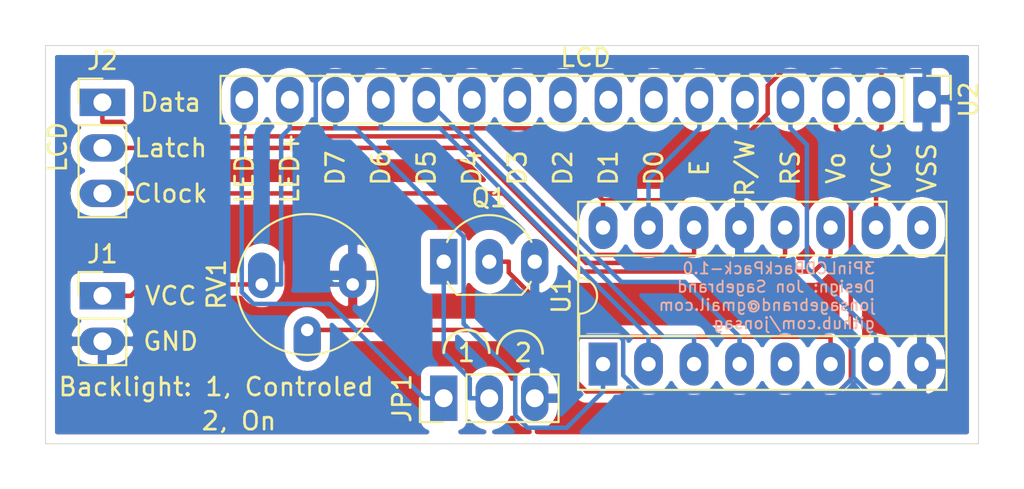
<source format=kicad_pcb>
(kicad_pcb (version 20171130) (host pcbnew 5.1.10-88a1d61d58~90~ubuntu20.04.1)

  (general
    (thickness 1.6)
    (drawings 9)
    (tracks 118)
    (zones 0)
    (modules 7)
    (nets 22)
  )

  (page A4)
  (layers
    (0 F.Cu signal)
    (31 B.Cu signal)
    (32 B.Adhes user)
    (33 F.Adhes user)
    (34 B.Paste user)
    (35 F.Paste user)
    (36 B.SilkS user)
    (37 F.SilkS user)
    (38 B.Mask user)
    (39 F.Mask user)
    (40 Dwgs.User user)
    (41 Cmts.User user)
    (42 Eco1.User user)
    (43 Eco2.User user)
    (44 Edge.Cuts user)
    (45 Margin user)
    (46 B.CrtYd user)
    (47 F.CrtYd user)
    (48 B.Fab user)
    (49 F.Fab user)
  )

  (setup
    (last_trace_width 0.25)
    (trace_clearance 0.2)
    (zone_clearance 0.508)
    (zone_45_only no)
    (trace_min 0.2)
    (via_size 0.8)
    (via_drill 0.4)
    (via_min_size 0.4)
    (via_min_drill 0.3)
    (uvia_size 0.3)
    (uvia_drill 0.1)
    (uvias_allowed no)
    (uvia_min_size 0.2)
    (uvia_min_drill 0.1)
    (edge_width 0.05)
    (segment_width 0.2)
    (pcb_text_width 0.3)
    (pcb_text_size 1.5 1.5)
    (mod_edge_width 0.12)
    (mod_text_size 1 1)
    (mod_text_width 0.15)
    (pad_size 1.524 1.524)
    (pad_drill 0.762)
    (pad_to_mask_clearance 0)
    (aux_axis_origin 0 0)
    (visible_elements FFFFFF7F)
    (pcbplotparams
      (layerselection 0x010fc_ffffffff)
      (usegerberextensions false)
      (usegerberattributes true)
      (usegerberadvancedattributes true)
      (creategerberjobfile true)
      (excludeedgelayer true)
      (linewidth 0.100000)
      (plotframeref false)
      (viasonmask false)
      (mode 1)
      (useauxorigin false)
      (hpglpennumber 1)
      (hpglpenspeed 20)
      (hpglpendiameter 15.000000)
      (psnegative false)
      (psa4output false)
      (plotreference true)
      (plotvalue true)
      (plotinvisibletext false)
      (padsonsilk false)
      (subtractmaskfromsilk false)
      (outputformat 1)
      (mirror false)
      (drillshape 0)
      (scaleselection 1)
      (outputdirectory "Gerber"))
  )

  (net 0 "")
  (net 1 "Net-(J1-Pad1)")
  (net 2 "Net-(J2-Pad3)")
  (net 3 "Net-(J2-Pad2)")
  (net 4 "Net-(J2-Pad1)")
  (net 5 "Net-(Q1-Pad2)")
  (net 6 "Net-(RV1-Pad2)")
  (net 7 "Net-(U1-Pad15)")
  (net 8 "Net-(U1-Pad7)")
  (net 9 "Net-(U1-Pad5)")
  (net 10 "Net-(U1-Pad4)")
  (net 11 "Net-(U1-Pad3)")
  (net 12 "Net-(U1-Pad2)")
  (net 13 "Net-(U1-Pad9)")
  (net 14 "Net-(U1-Pad1)")
  (net 15 "Net-(U2-Pad10)")
  (net 16 "Net-(U2-Pad9)")
  (net 17 "Net-(U2-Pad8)")
  (net 18 "Net-(U2-Pad7)")
  (net 19 "Net-(JP1-Pad2)")
  (net 20 "Net-(JP1-Pad1)")
  (net 21 /GND)

  (net_class Default "This is the default net class."
    (clearance 0.2)
    (trace_width 0.25)
    (via_dia 0.8)
    (via_drill 0.4)
    (uvia_dia 0.3)
    (uvia_drill 0.1)
    (add_net /GND)
    (add_net "Net-(J1-Pad1)")
    (add_net "Net-(J2-Pad1)")
    (add_net "Net-(J2-Pad2)")
    (add_net "Net-(J2-Pad3)")
    (add_net "Net-(JP1-Pad1)")
    (add_net "Net-(JP1-Pad2)")
    (add_net "Net-(Q1-Pad2)")
    (add_net "Net-(RV1-Pad2)")
    (add_net "Net-(U1-Pad1)")
    (add_net "Net-(U1-Pad15)")
    (add_net "Net-(U1-Pad2)")
    (add_net "Net-(U1-Pad3)")
    (add_net "Net-(U1-Pad4)")
    (add_net "Net-(U1-Pad5)")
    (add_net "Net-(U1-Pad7)")
    (add_net "Net-(U1-Pad9)")
    (add_net "Net-(U2-Pad10)")
    (add_net "Net-(U2-Pad7)")
    (add_net "Net-(U2-Pad8)")
    (add_net "Net-(U2-Pad9)")
  )

  (module My_Parts:Jumper_1x03_P2.54mm_large (layer F.Cu) (tedit 6021AD15) (tstamp 61515C0C)
    (at 147.32 73.025 90)
    (descr "Through hole straight pin header, 1x03, 2.54mm pitch, single row")
    (tags "Through hole pin header THT 1x03 2.54mm single row")
    (path /61564BCC)
    (fp_text reference JP1 (at 0 -2.33 90) (layer F.SilkS)
      (effects (font (size 1 1) (thickness 0.15)))
    )
    (fp_text value "Backlight control" (at 0 7.41 90) (layer F.Fab) hide
      (effects (font (size 1 1) (thickness 0.15)))
    )
    (fp_arc (start 2.5 4.25) (end 2.5 5.52) (angle -180) (layer F.SilkS) (width 0.15))
    (fp_arc (start 2.54 1.27) (end 2.54 2.54) (angle -180) (layer F.SilkS) (width 0.15))
    (fp_text user %R (at 0 2.54) (layer F.Fab)
      (effects (font (size 1 1) (thickness 0.15)))
    )
    (fp_line (start 1.8 -1.8) (end -1.8 -1.8) (layer F.CrtYd) (width 0.05))
    (fp_line (start 1.8 6.85) (end 1.8 -1.8) (layer F.CrtYd) (width 0.05))
    (fp_line (start -1.8 6.85) (end 1.8 6.85) (layer F.CrtYd) (width 0.05))
    (fp_line (start -1.8 -1.8) (end -1.8 6.85) (layer F.CrtYd) (width 0.05))
    (fp_line (start -1.33 -1.33) (end 0 -1.33) (layer F.SilkS) (width 0.12))
    (fp_line (start -1.33 0) (end -1.33 -1.33) (layer F.SilkS) (width 0.12))
    (fp_line (start -1.33 1.27) (end 1.33 1.27) (layer F.SilkS) (width 0.12))
    (fp_line (start 1.33 1.27) (end 1.33 6.41) (layer F.SilkS) (width 0.12))
    (fp_line (start -1.33 1.27) (end -1.33 6.41) (layer F.SilkS) (width 0.12))
    (fp_line (start -1.33 6.41) (end 1.33 6.41) (layer F.SilkS) (width 0.12))
    (fp_line (start -1.27 -0.635) (end -0.635 -1.27) (layer F.Fab) (width 0.1))
    (fp_line (start -1.27 6.35) (end -1.27 -0.635) (layer F.Fab) (width 0.1))
    (fp_line (start 1.27 6.35) (end -1.27 6.35) (layer F.Fab) (width 0.1))
    (fp_line (start 1.27 -1.27) (end 1.27 6.35) (layer F.Fab) (width 0.1))
    (fp_line (start -0.635 -1.27) (end 1.27 -1.27) (layer F.Fab) (width 0.1))
    (pad 3 thru_hole oval (at 0 5.08 90) (size 2.54 1.524) (drill 1) (layers *.Cu *.Mask)
      (net 21 /GND))
    (pad 2 thru_hole oval (at 0 2.54 90) (size 2.54 1.524) (drill 1) (layers *.Cu *.Mask)
      (net 19 "Net-(JP1-Pad2)"))
    (pad 1 thru_hole rect (at 0 0 90) (size 2.54 1.524) (drill 1) (layers *.Cu *.Mask)
      (net 20 "Net-(JP1-Pad1)"))
    (model ${KISYS3DMOD}/Connector_PinHeader_2.54mm.3dshapes/PinHeader_1x03_P2.54mm_Vertical.wrl
      (at (xyz 0 0 0))
      (scale (xyz 1 1 1))
      (rotate (xyz 0 0 0))
    )
  )

  (module My_Misc:Potentiometer_Bourns_3339P_Vertical_large (layer F.Cu) (tedit 6021A227) (tstamp 61515026)
    (at 142.24 66.675 90)
    (descr "Potentiometer, vertical, Bourns 3339P, http://www.bourns.com/docs/Product-Datasheets/3339.pdf")
    (tags "Potentiometer vertical Bourns 3339P")
    (path /615192D1)
    (fp_text reference RV1 (at 0 -7.6 90) (layer F.SilkS)
      (effects (font (size 1 1) (thickness 0.15)))
    )
    (fp_text value 10k (at 0 2.52 90) (layer F.Fab)
      (effects (font (size 1 1) (thickness 0.15)))
    )
    (fp_line (start 4.1 -6.6) (end -4.1 -6.6) (layer F.CrtYd) (width 0.05))
    (fp_line (start 4.1 1.55) (end 4.1 -6.6) (layer F.CrtYd) (width 0.05))
    (fp_line (start -4.1 1.55) (end 4.1 1.55) (layer F.CrtYd) (width 0.05))
    (fp_line (start -4.1 -6.6) (end -4.1 1.55) (layer F.CrtYd) (width 0.05))
    (fp_line (start 0 -0.064) (end 0.001 -5.014) (layer F.Fab) (width 0.1))
    (fp_line (start 0 -0.064) (end 0.001 -5.014) (layer F.Fab) (width 0.1))
    (fp_circle (center 0 -2.54) (end 3.93 -2.54) (layer F.SilkS) (width 0.12))
    (fp_circle (center 0 -2.54) (end 2.5 -2.54) (layer F.Fab) (width 0.1))
    (fp_circle (center 0 -2.54) (end 3.81 -2.54) (layer F.Fab) (width 0.1))
    (fp_text user %R (at -3.018 -2.54) (layer F.Fab)
      (effects (font (size 0.66 0.66) (thickness 0.15)))
    )
    (pad 1 thru_hole oval (at 0 0 90) (size 2.54 1.524) (drill 0.7 (offset 0.508 0)) (layers *.Cu *.Mask)
      (net 21 /GND))
    (pad 2 thru_hole oval (at -2.54 -2.54 90) (size 2.54 1.524) (drill 0.7 (offset -0.508 0)) (layers *.Cu *.Mask)
      (net 6 "Net-(RV1-Pad2)"))
    (pad 3 thru_hole oval (at 0 -5.08 90) (size 2.54 1.524) (drill 0.7 (offset 0.508 0)) (layers *.Cu *.Mask)
      (net 1 "Net-(J1-Pad1)"))
    (model ${KISYS3DMOD}/Potentiometer_THT.3dshapes/Potentiometer_Bourns_3339P_Vertical.wrl
      (at (xyz 0 0 0))
      (scale (xyz 1 1 1))
      (rotate (xyz 0 0 0))
    )
  )

  (module My_Headers:16-pin_LCD_header_larger_pads (layer F.Cu) (tedit 6021A9E1) (tstamp 61515086)
    (at 173.99 56.515 270)
    (descr "Through hole straight pin header, 1x16, 2.54mm pitch, single row")
    (tags "Through hole pin header THT 1x16 2.54mm single row")
    (path /61513E75)
    (fp_text reference U2 (at -0.15 -2.63 90) (layer F.SilkS)
      (effects (font (size 1 1) (thickness 0.15)))
    )
    (fp_text value LCD_HD44780 (at -0.15 40.13 90) (layer F.Fab) hide
      (effects (font (size 1 1) (thickness 0.15)))
    )
    (fp_line (start -0.785 -1.57) (end 1.12 -1.57) (layer F.Fab) (width 0.1))
    (fp_line (start 1.12 -1.57) (end 1.12 39.07) (layer F.Fab) (width 0.1))
    (fp_line (start 1.12 39.07) (end -1.42 39.07) (layer F.Fab) (width 0.1))
    (fp_line (start -1.42 39.07) (end -1.42 -0.935) (layer F.Fab) (width 0.1))
    (fp_line (start -1.42 -0.935) (end -0.785 -1.57) (layer F.Fab) (width 0.1))
    (fp_line (start -1.48 39.13) (end 1.18 39.13) (layer F.SilkS) (width 0.12))
    (fp_line (start -1.48 0.97) (end -1.48 39.13) (layer F.SilkS) (width 0.12))
    (fp_line (start 1.18 0.97) (end 1.18 39.13) (layer F.SilkS) (width 0.12))
    (fp_line (start -1.48 0.97) (end 1.18 0.97) (layer F.SilkS) (width 0.12))
    (fp_line (start -1.48 -0.3) (end -1.48 -1.63) (layer F.SilkS) (width 0.12))
    (fp_line (start -1.48 -1.63) (end -0.15 -1.63) (layer F.SilkS) (width 0.12))
    (fp_line (start -1.95 -2.1) (end -1.95 39.6) (layer F.CrtYd) (width 0.05))
    (fp_line (start -1.95 39.6) (end 1.65 39.6) (layer F.CrtYd) (width 0.05))
    (fp_line (start 1.65 39.6) (end 1.65 -2.1) (layer F.CrtYd) (width 0.05))
    (fp_line (start 1.65 -2.1) (end -1.95 -2.1) (layer F.CrtYd) (width 0.05))
    (fp_text user LCD (at -2.5 18.75) (layer F.SilkS)
      (effects (font (size 1 1) (thickness 0.15)))
    )
    (fp_text user LED- (at 3.66 37.8 90) (layer F.SilkS)
      (effects (font (size 1 1) (thickness 0.15)))
    )
    (fp_text user LED+ (at 3.66 35.26 90) (layer F.SilkS)
      (effects (font (size 1 1) (thickness 0.15)))
    )
    (fp_text user D7 (at 3.66 32.72 90) (layer F.SilkS)
      (effects (font (size 1 1) (thickness 0.15)))
    )
    (fp_text user D6 (at 3.66 30.18 90) (layer F.SilkS)
      (effects (font (size 1 1) (thickness 0.15)))
    )
    (fp_text user D5 (at 3.66 27.64 90) (layer F.SilkS)
      (effects (font (size 1 1) (thickness 0.15)))
    )
    (fp_text user D4 (at 3.66 25.1 90) (layer F.SilkS)
      (effects (font (size 1 1) (thickness 0.15)))
    )
    (fp_text user D3 (at 3.66 22.56 90) (layer F.SilkS)
      (effects (font (size 1 1) (thickness 0.15)))
    )
    (fp_text user D2 (at 3.66 20.02 90) (layer F.SilkS)
      (effects (font (size 1 1) (thickness 0.15)))
    )
    (fp_text user D1 (at 3.66 17.48 90) (layer F.SilkS)
      (effects (font (size 1 1) (thickness 0.15)))
    )
    (fp_text user D0 (at 3.66 14.94 90) (layer F.SilkS)
      (effects (font (size 1 1) (thickness 0.15)))
    )
    (fp_text user E (at 3.66 12.4 90) (layer F.SilkS)
      (effects (font (size 1 1) (thickness 0.15)))
    )
    (fp_text user R/W (at 3.66 9.86 90) (layer F.SilkS)
      (effects (font (size 1 1) (thickness 0.15)))
    )
    (fp_text user RS (at 3.66 7.32 90) (layer F.SilkS)
      (effects (font (size 1 1) (thickness 0.15)))
    )
    (fp_text user Vo (at 3.66 4.78 90) (layer F.SilkS)
      (effects (font (size 1 1) (thickness 0.15)))
    )
    (fp_text user VCC (at 3.66 2.24 90) (layer F.SilkS)
      (effects (font (size 1 1) (thickness 0.15)))
    )
    (fp_text user VSS (at 3.66 -0.3 90) (layer F.SilkS)
      (effects (font (size 1 1) (thickness 0.15)))
    )
    (pad 16 thru_hole oval (at -0.15 37.8 270) (size 2.54 1.524) (drill 1) (layers *.Cu *.Mask)
      (net 20 "Net-(JP1-Pad1)"))
    (pad 15 thru_hole oval (at -0.15 35.26 270) (size 2.54 1.524) (drill 1) (layers *.Cu *.Mask)
      (net 1 "Net-(J1-Pad1)"))
    (pad 14 thru_hole oval (at -0.15 32.72 270) (size 2.54 1.524) (drill 1) (layers *.Cu *.Mask)
      (net 14 "Net-(U1-Pad1)"))
    (pad 13 thru_hole oval (at -0.15 30.18 270) (size 2.54 1.524) (drill 1) (layers *.Cu *.Mask)
      (net 12 "Net-(U1-Pad2)"))
    (pad 12 thru_hole oval (at -0.15 27.64 270) (size 2.54 1.524) (drill 1) (layers *.Cu *.Mask)
      (net 11 "Net-(U1-Pad3)"))
    (pad 11 thru_hole oval (at -0.15 25.1 270) (size 2.54 1.524) (drill 1) (layers *.Cu *.Mask)
      (net 10 "Net-(U1-Pad4)"))
    (pad 10 thru_hole oval (at -0.15 22.56 270) (size 2.54 1.524) (drill 1) (layers *.Cu *.Mask)
      (net 15 "Net-(U2-Pad10)"))
    (pad 9 thru_hole oval (at -0.15 20.02 270) (size 2.54 1.524) (drill 1) (layers *.Cu *.Mask)
      (net 16 "Net-(U2-Pad9)"))
    (pad 8 thru_hole oval (at -0.15 17.48 270) (size 2.54 1.524) (drill 1) (layers *.Cu *.Mask)
      (net 17 "Net-(U2-Pad8)"))
    (pad 7 thru_hole oval (at -0.15 14.94 270) (size 2.54 1.524) (drill 1) (layers *.Cu *.Mask)
      (net 18 "Net-(U2-Pad7)"))
    (pad 6 thru_hole oval (at -0.15 12.4 270) (size 2.54 1.524) (drill 1) (layers *.Cu *.Mask)
      (net 7 "Net-(U1-Pad15)"))
    (pad 5 thru_hole oval (at -0.15 9.86 270) (size 2.54 1.524) (drill 1) (layers *.Cu *.Mask)
      (net 21 /GND))
    (pad 4 thru_hole oval (at -0.15 7.32 270) (size 2.54 1.524) (drill 1) (layers *.Cu *.Mask)
      (net 8 "Net-(U1-Pad7)"))
    (pad 3 thru_hole oval (at -0.15 4.78 270) (size 2.54 1.524) (drill 1) (layers *.Cu *.Mask)
      (net 6 "Net-(RV1-Pad2)"))
    (pad 2 thru_hole oval (at -0.15 2.24 270) (size 2.54 1.524) (drill 1) (layers *.Cu *.Mask)
      (net 1 "Net-(J1-Pad1)"))
    (pad 1 thru_hole rect (at -0.15 -0.3 270) (size 2.54 1.524) (drill 1) (layers *.Cu *.Mask)
      (net 21 /GND))
    (model ${KISYS3DMOD}/Connector_PinHeader_2.54mm.3dshapes/PinHeader_1x16_P2.54mm_Vertical.wrl
      (at (xyz 0 0 0))
      (scale (xyz 1 1 1))
      (rotate (xyz 0 0 0))
    )
  )

  (module Package_DIP:DIP-16_W7.62mm_Socket_LongPads (layer F.Cu) (tedit 5A02E8C5) (tstamp 61515052)
    (at 156.21 71.12 90)
    (descr "16-lead though-hole mounted DIP package, row spacing 7.62 mm (300 mils), Socket, LongPads")
    (tags "THT DIP DIL PDIP 2.54mm 7.62mm 300mil Socket LongPads")
    (path /6150F3FE)
    (fp_text reference U1 (at 3.81 -2.33 90) (layer F.SilkS)
      (effects (font (size 1 1) (thickness 0.15)))
    )
    (fp_text value 74HC595 (at 3.81 20.11 90) (layer F.Fab)
      (effects (font (size 1 1) (thickness 0.15)))
    )
    (fp_line (start 1.635 -1.27) (end 6.985 -1.27) (layer F.Fab) (width 0.1))
    (fp_line (start 6.985 -1.27) (end 6.985 19.05) (layer F.Fab) (width 0.1))
    (fp_line (start 6.985 19.05) (end 0.635 19.05) (layer F.Fab) (width 0.1))
    (fp_line (start 0.635 19.05) (end 0.635 -0.27) (layer F.Fab) (width 0.1))
    (fp_line (start 0.635 -0.27) (end 1.635 -1.27) (layer F.Fab) (width 0.1))
    (fp_line (start -1.27 -1.33) (end -1.27 19.11) (layer F.Fab) (width 0.1))
    (fp_line (start -1.27 19.11) (end 8.89 19.11) (layer F.Fab) (width 0.1))
    (fp_line (start 8.89 19.11) (end 8.89 -1.33) (layer F.Fab) (width 0.1))
    (fp_line (start 8.89 -1.33) (end -1.27 -1.33) (layer F.Fab) (width 0.1))
    (fp_line (start 2.81 -1.33) (end 1.56 -1.33) (layer F.SilkS) (width 0.12))
    (fp_line (start 1.56 -1.33) (end 1.56 19.11) (layer F.SilkS) (width 0.12))
    (fp_line (start 1.56 19.11) (end 6.06 19.11) (layer F.SilkS) (width 0.12))
    (fp_line (start 6.06 19.11) (end 6.06 -1.33) (layer F.SilkS) (width 0.12))
    (fp_line (start 6.06 -1.33) (end 4.81 -1.33) (layer F.SilkS) (width 0.12))
    (fp_line (start -1.44 -1.39) (end -1.44 19.17) (layer F.SilkS) (width 0.12))
    (fp_line (start -1.44 19.17) (end 9.06 19.17) (layer F.SilkS) (width 0.12))
    (fp_line (start 9.06 19.17) (end 9.06 -1.39) (layer F.SilkS) (width 0.12))
    (fp_line (start 9.06 -1.39) (end -1.44 -1.39) (layer F.SilkS) (width 0.12))
    (fp_line (start -1.55 -1.6) (end -1.55 19.4) (layer F.CrtYd) (width 0.05))
    (fp_line (start -1.55 19.4) (end 9.15 19.4) (layer F.CrtYd) (width 0.05))
    (fp_line (start 9.15 19.4) (end 9.15 -1.6) (layer F.CrtYd) (width 0.05))
    (fp_line (start 9.15 -1.6) (end -1.55 -1.6) (layer F.CrtYd) (width 0.05))
    (fp_text user %R (at 3.81 8.89 90) (layer F.Fab)
      (effects (font (size 1 1) (thickness 0.15)))
    )
    (fp_arc (start 3.81 -1.33) (end 2.81 -1.33) (angle -180) (layer F.SilkS) (width 0.12))
    (pad 16 thru_hole oval (at 7.62 0 90) (size 2.4 1.6) (drill 0.8) (layers *.Cu *.Mask)
      (net 1 "Net-(J1-Pad1)"))
    (pad 8 thru_hole oval (at 0 17.78 90) (size 2.4 1.6) (drill 0.8) (layers *.Cu *.Mask)
      (net 21 /GND))
    (pad 15 thru_hole oval (at 7.62 2.54 90) (size 2.4 1.6) (drill 0.8) (layers *.Cu *.Mask)
      (net 7 "Net-(U1-Pad15)"))
    (pad 7 thru_hole oval (at 0 15.24 90) (size 2.4 1.6) (drill 0.8) (layers *.Cu *.Mask)
      (net 8 "Net-(U1-Pad7)"))
    (pad 14 thru_hole oval (at 7.62 5.08 90) (size 2.4 1.6) (drill 0.8) (layers *.Cu *.Mask)
      (net 4 "Net-(J2-Pad1)"))
    (pad 6 thru_hole oval (at 0 12.7 90) (size 2.4 1.6) (drill 0.8) (layers *.Cu *.Mask)
      (net 5 "Net-(Q1-Pad2)"))
    (pad 13 thru_hole oval (at 7.62 7.62 90) (size 2.4 1.6) (drill 0.8) (layers *.Cu *.Mask)
      (net 21 /GND))
    (pad 5 thru_hole oval (at 0 10.16 90) (size 2.4 1.6) (drill 0.8) (layers *.Cu *.Mask)
      (net 9 "Net-(U1-Pad5)"))
    (pad 12 thru_hole oval (at 7.62 10.16 90) (size 2.4 1.6) (drill 0.8) (layers *.Cu *.Mask)
      (net 3 "Net-(J2-Pad2)"))
    (pad 4 thru_hole oval (at 0 7.62 90) (size 2.4 1.6) (drill 0.8) (layers *.Cu *.Mask)
      (net 10 "Net-(U1-Pad4)"))
    (pad 11 thru_hole oval (at 7.62 12.7 90) (size 2.4 1.6) (drill 0.8) (layers *.Cu *.Mask)
      (net 2 "Net-(J2-Pad3)"))
    (pad 3 thru_hole oval (at 0 5.08 90) (size 2.4 1.6) (drill 0.8) (layers *.Cu *.Mask)
      (net 11 "Net-(U1-Pad3)"))
    (pad 10 thru_hole oval (at 7.62 15.24 90) (size 2.4 1.6) (drill 0.8) (layers *.Cu *.Mask)
      (net 1 "Net-(J1-Pad1)"))
    (pad 2 thru_hole oval (at 0 2.54 90) (size 2.4 1.6) (drill 0.8) (layers *.Cu *.Mask)
      (net 12 "Net-(U1-Pad2)"))
    (pad 9 thru_hole oval (at 7.62 17.78 90) (size 2.4 1.6) (drill 0.8) (layers *.Cu *.Mask)
      (net 13 "Net-(U1-Pad9)"))
    (pad 1 thru_hole rect (at 0 0 90) (size 2.4 1.6) (drill 0.8) (layers *.Cu *.Mask)
      (net 14 "Net-(U1-Pad1)"))
    (model ${KISYS3DMOD}/Package_DIP.3dshapes/DIP-16_W7.62mm_Socket.wrl
      (at (xyz 0 0 0))
      (scale (xyz 1 1 1))
      (rotate (xyz 0 0 0))
    )
  )

  (module My_Misc:TO-92_Inline_Wide_large (layer F.Cu) (tedit 6031387F) (tstamp 61515014)
    (at 147.32 65.405)
    (descr "TO-92 leads in-line, wide, drill 0.75mm (see NXP sot054_po.pdf)")
    (tags "to-92 sc-43 sc-43a sot54 PA33 transistor")
    (path /61518AFB)
    (fp_text reference Q1 (at 2.54 -3.56) (layer F.SilkS)
      (effects (font (size 1 1) (thickness 0.15)))
    )
    (fp_text value BC547 (at 2.54 2.79) (layer F.Fab)
      (effects (font (size 1 1) (thickness 0.15)))
    )
    (fp_line (start 6.09 2.01) (end -1.01 2.01) (layer F.CrtYd) (width 0.05))
    (fp_line (start 6.09 2.01) (end 6.09 -2.73) (layer F.CrtYd) (width 0.05))
    (fp_line (start -1.01 -2.73) (end -1.01 2.01) (layer F.CrtYd) (width 0.05))
    (fp_line (start -1.01 -2.73) (end 6.09 -2.73) (layer F.CrtYd) (width 0.05))
    (fp_line (start 0.8 1.75) (end 4.3 1.75) (layer F.Fab) (width 0.1))
    (fp_line (start 0.74 1.85) (end 4.34 1.85) (layer F.SilkS) (width 0.12))
    (fp_arc (start 2.54 0) (end 4.34 1.85) (angle -20) (layer F.SilkS) (width 0.12))
    (fp_arc (start 2.54 0) (end 2.54 -2.48) (angle -135) (layer F.Fab) (width 0.1))
    (fp_arc (start 2.54 0) (end 2.54 -2.48) (angle 135) (layer F.Fab) (width 0.1))
    (fp_arc (start 2.54 0) (end 2.54 -2.6) (angle 65) (layer F.SilkS) (width 0.12))
    (fp_arc (start 2.54 0) (end 2.54 -2.6) (angle -65) (layer F.SilkS) (width 0.12))
    (fp_arc (start 2.54 0) (end 0.74 1.85) (angle 20) (layer F.SilkS) (width 0.12))
    (fp_text user %R (at 2.54 0) (layer F.Fab)
      (effects (font (size 1 1) (thickness 0.15)))
    )
    (pad 1 thru_hole rect (at 0 0) (size 1.524 2.54) (drill 0.8) (layers *.Cu *.Mask)
      (net 19 "Net-(JP1-Pad2)"))
    (pad 3 thru_hole oval (at 5.08 0) (size 1.524 2.54) (drill 0.8) (layers *.Cu *.Mask)
      (net 21 /GND))
    (pad 2 thru_hole oval (at 2.54 0) (size 1.524 2.54) (drill 0.8) (layers *.Cu *.Mask)
      (net 5 "Net-(Q1-Pad2)"))
    (model ${KISYS3DMOD}/Package_TO_SOT_THT.3dshapes/TO-92_Inline_Wide.wrl
      (at (xyz 0 0 0))
      (scale (xyz 1 1 1))
      (rotate (xyz 0 0 0))
    )
  )

  (module My_Headers:3-pin_LCD_header_larger_pads (layer F.Cu) (tedit 6021A7F5) (tstamp 61515000)
    (at 128.27 56.515)
    (descr "Through hole straight pin header, 1x03, 2.54mm pitch, single row")
    (tags "Through hole pin header THT 1x03 2.54mm single row")
    (path /61516425)
    (fp_text reference J2 (at 0 -2.33) (layer F.SilkS)
      (effects (font (size 1 1) (thickness 0.15)))
    )
    (fp_text value 3-pin_LCD_header (at 0 7.41) (layer F.Fab) hide
      (effects (font (size 1 1) (thickness 0.15)))
    )
    (fp_line (start -0.635 -1.27) (end 1.27 -1.27) (layer F.Fab) (width 0.1))
    (fp_line (start 1.27 -1.27) (end 1.27 6.35) (layer F.Fab) (width 0.1))
    (fp_line (start 1.27 6.35) (end -1.27 6.35) (layer F.Fab) (width 0.1))
    (fp_line (start -1.27 6.35) (end -1.27 -0.635) (layer F.Fab) (width 0.1))
    (fp_line (start -1.27 -0.635) (end -0.635 -1.27) (layer F.Fab) (width 0.1))
    (fp_line (start -1.33 6.41) (end 1.33 6.41) (layer F.SilkS) (width 0.12))
    (fp_line (start -1.33 1.27) (end -1.33 6.41) (layer F.SilkS) (width 0.12))
    (fp_line (start 1.33 1.27) (end 1.33 6.41) (layer F.SilkS) (width 0.12))
    (fp_line (start -1.33 1.27) (end 1.33 1.27) (layer F.SilkS) (width 0.12))
    (fp_line (start -1.33 0) (end -1.33 -1.33) (layer F.SilkS) (width 0.12))
    (fp_line (start -1.33 -1.33) (end 0 -1.33) (layer F.SilkS) (width 0.12))
    (fp_line (start -1.8 -1.8) (end -1.8 6.85) (layer F.CrtYd) (width 0.05))
    (fp_line (start -1.8 6.85) (end 1.8 6.85) (layer F.CrtYd) (width 0.05))
    (fp_line (start 1.8 6.85) (end 1.8 -1.8) (layer F.CrtYd) (width 0.05))
    (fp_line (start 1.8 -1.8) (end -1.8 -1.8) (layer F.CrtYd) (width 0.05))
    (fp_text user LCD (at -2.5 2.5 90) (layer F.SilkS)
      (effects (font (size 1 1) (thickness 0.15)))
    )
    (fp_text user Clock (at 3.81 5.08) (layer F.SilkS)
      (effects (font (size 1 1) (thickness 0.15)))
    )
    (fp_text user Latch (at 3.81 2.54) (layer F.SilkS)
      (effects (font (size 1 1) (thickness 0.15)))
    )
    (fp_text user Data (at 3.81 0) (layer F.SilkS)
      (effects (font (size 1 1) (thickness 0.15)))
    )
    (pad 3 thru_hole oval (at 0 5.08) (size 2.54 1.524) (drill 1) (layers *.Cu *.Mask)
      (net 2 "Net-(J2-Pad3)"))
    (pad 2 thru_hole oval (at 0 2.54) (size 2.54 1.524) (drill 1) (layers *.Cu *.Mask)
      (net 3 "Net-(J2-Pad2)"))
    (pad 1 thru_hole rect (at 0 0) (size 2.54 1.524) (drill 1) (layers *.Cu *.Mask)
      (net 4 "Net-(J2-Pad1)"))
    (model ${KISYS3DMOD}/Connector_PinHeader_2.54mm.3dshapes/PinHeader_1x03_P2.54mm_Vertical.wrl
      (at (xyz 0 0 0))
      (scale (xyz 1 1 1))
      (rotate (xyz 0 0 0))
    )
  )

  (module My_Headers:2-pin_power_input_header_larger_pads (layer F.Cu) (tedit 60218BFB) (tstamp 61514FE6)
    (at 128.27 67.31)
    (descr "Through hole straight pin header, 1x02, 2.54mm pitch, single row")
    (tags "Through hole pin header THT 1x02 2.54mm single row")
    (path /61517B43)
    (fp_text reference J1 (at 0 -2.33) (layer F.SilkS)
      (effects (font (size 1 1) (thickness 0.15)))
    )
    (fp_text value 2-pin_power_input_header (at 0 4.87) (layer F.Fab) hide
      (effects (font (size 1 1) (thickness 0.15)))
    )
    (fp_line (start 1.8 -1.8) (end -1.8 -1.8) (layer F.CrtYd) (width 0.05))
    (fp_line (start 1.8 4.35) (end 1.8 -1.8) (layer F.CrtYd) (width 0.05))
    (fp_line (start -1.8 4.35) (end 1.8 4.35) (layer F.CrtYd) (width 0.05))
    (fp_line (start -1.8 -1.8) (end -1.8 4.35) (layer F.CrtYd) (width 0.05))
    (fp_line (start -1.33 -1.33) (end 0 -1.33) (layer F.SilkS) (width 0.12))
    (fp_line (start -1.33 0) (end -1.33 -1.33) (layer F.SilkS) (width 0.12))
    (fp_line (start -1.33 1.27) (end 1.33 1.27) (layer F.SilkS) (width 0.12))
    (fp_line (start 1.33 1.27) (end 1.33 3.87) (layer F.SilkS) (width 0.12))
    (fp_line (start -1.33 1.27) (end -1.33 3.87) (layer F.SilkS) (width 0.12))
    (fp_line (start -1.33 3.87) (end 1.33 3.87) (layer F.SilkS) (width 0.12))
    (fp_line (start -1.27 -0.635) (end -0.635 -1.27) (layer F.Fab) (width 0.1))
    (fp_line (start -1.27 3.81) (end -1.27 -0.635) (layer F.Fab) (width 0.1))
    (fp_line (start 1.27 3.81) (end -1.27 3.81) (layer F.Fab) (width 0.1))
    (fp_line (start 1.27 -1.27) (end 1.27 3.81) (layer F.Fab) (width 0.1))
    (fp_line (start -0.635 -1.27) (end 1.27 -1.27) (layer F.Fab) (width 0.1))
    (fp_text user GND (at 3.81 2.54) (layer F.SilkS)
      (effects (font (size 1 1) (thickness 0.15)))
    )
    (fp_text user VCC (at 3.81 0) (layer F.SilkS)
      (effects (font (size 1 1) (thickness 0.15)))
    )
    (pad 2 thru_hole oval (at 0 2.54) (size 2.54 1.524) (drill 1) (layers *.Cu *.Mask)
      (net 21 /GND))
    (pad 1 thru_hole rect (at 0 0) (size 2.54 1.524) (drill 1) (layers *.Cu *.Mask)
      (net 1 "Net-(J1-Pad1)"))
    (model ${KISYS3DMOD}/Connector_PinHeader_2.54mm.3dshapes/PinHeader_1x02_P2.54mm_Vertical.wrl
      (at (xyz 0 0 0))
      (scale (xyz 1 1 1))
      (rotate (xyz 0 0 0))
    )
  )

  (gr_text "3PinLCDBackPack-1.0\nDesign: Jon Sagebrand\njonsagebrand@gmail.com\ngithub.com/jonsag" (at 171.45 67.31) (layer B.SilkS)
    (effects (font (size 0.635 0.635) (thickness 0.1016)) (justify left mirror))
  )
  (gr_text "2, On" (at 135.89 74.295) (layer F.SilkS)
    (effects (font (size 1 1) (thickness 0.15)))
  )
  (gr_text "Backlight: 1, Controled" (at 134.62 72.39) (layer F.SilkS)
    (effects (font (size 1 1) (thickness 0.15)))
  )
  (gr_text 2 (at 151.765 70.485) (layer F.SilkS)
    (effects (font (size 1 1) (thickness 0.15)))
  )
  (gr_text 1 (at 148.59 70.485) (layer F.SilkS)
    (effects (font (size 1 1) (thickness 0.15)))
  )
  (gr_line (start 125.095 75.565) (end 125.095 53.34) (layer Edge.Cuts) (width 0.05) (tstamp 615161A4))
  (gr_line (start 177.165 75.565) (end 125.095 75.565) (layer Edge.Cuts) (width 0.05))
  (gr_line (start 177.165 53.34) (end 177.165 75.565) (layer Edge.Cuts) (width 0.05))
  (gr_line (start 125.095 53.34) (end 177.165 53.34) (layer Edge.Cuts) (width 0.05))

  (segment (start 174.29 56.365) (end 174.29 54.7697) (width 0.25) (layer B.Cu) (net 21))
  (segment (start 174.29 54.7697) (end 164.13 54.7697) (width 0.25) (layer B.Cu) (net 21))
  (segment (start 164.13 56.365) (end 164.13 54.7697) (width 0.25) (layer B.Cu) (net 21))
  (segment (start 142.24 66.675) (end 141.1527 66.675) (width 0.25) (layer B.Cu) (net 21))
  (segment (start 141.1527 66.675) (end 140.177 65.6993) (width 0.25) (layer B.Cu) (net 21))
  (segment (start 140.177 65.6993) (end 140.177 55.3477) (width 0.25) (layer B.Cu) (net 21))
  (segment (start 140.177 55.3477) (end 140.755 54.7697) (width 0.25) (layer B.Cu) (net 21))
  (segment (start 140.755 54.7697) (end 164.13 54.7697) (width 0.25) (layer B.Cu) (net 21))
  (segment (start 128.27 69.85) (end 136.525 69.85) (width 0.25) (layer F.Cu) (net 21))
  (segment (start 136.525 69.85) (end 139.7 66.675) (width 0.25) (layer F.Cu) (net 21))
  (segment (start 139.7 66.675) (end 142.24 66.675) (width 0.25) (layer F.Cu) (net 21))
  (segment (start 156.21 61.9746) (end 160.5682 61.9746) (width 0.25) (layer F.Cu) (net 1))
  (segment (start 160.5682 61.9746) (end 165.4 57.1428) (width 0.25) (layer F.Cu) (net 1))
  (segment (start 165.4 57.1428) (end 165.4 55.5853) (width 0.25) (layer F.Cu) (net 1))
  (segment (start 165.4 55.5853) (end 166.2156 54.7697) (width 0.25) (layer F.Cu) (net 1))
  (segment (start 166.2156 54.7697) (end 171.75 54.7697) (width 0.25) (layer F.Cu) (net 1))
  (segment (start 156.21 62.0873) (end 156.21 61.9746) (width 0.25) (layer F.Cu) (net 1))
  (segment (start 138.73 57.9603) (end 152.1957 57.9603) (width 0.25) (layer F.Cu) (net 1))
  (segment (start 152.1957 57.9603) (end 156.21 61.9746) (width 0.25) (layer F.Cu) (net 1))
  (segment (start 171.75 56.365) (end 171.75 54.7697) (width 0.25) (layer F.Cu) (net 1))
  (segment (start 156.21 63.5) (end 156.21 62.0873) (width 0.25) (layer F.Cu) (net 1))
  (segment (start 138.73 56.365) (end 138.73 57.9603) (width 0.25) (layer F.Cu) (net 1))
  (segment (start 171.75 56.365) (end 171.75 57.9603) (width 0.25) (layer F.Cu) (net 1))
  (segment (start 171.75 57.9603) (end 171.45 58.2603) (width 0.25) (layer F.Cu) (net 1))
  (segment (start 171.45 58.2603) (end 171.45 63.5) (width 0.25) (layer F.Cu) (net 1))
  (segment (start 138.73 56.365) (end 138.73 57.9603) (width 0.25) (layer B.Cu) (net 1))
  (segment (start 137.16 66.675) (end 138.2473 66.675) (width 0.25) (layer B.Cu) (net 1))
  (segment (start 138.2473 66.675) (end 138.2473 58.443) (width 0.25) (layer B.Cu) (net 1))
  (segment (start 138.2473 58.443) (end 138.73 57.9603) (width 0.25) (layer B.Cu) (net 1))
  (segment (start 128.27 67.31) (end 129.8653 67.31) (width 0.25) (layer F.Cu) (net 1))
  (segment (start 129.8653 67.31) (end 130.5003 66.675) (width 0.25) (layer F.Cu) (net 1))
  (segment (start 130.5003 66.675) (end 137.16 66.675) (width 0.25) (layer F.Cu) (net 1))
  (segment (start 128.27 61.595) (end 150.6368 61.595) (width 0.25) (layer F.Cu) (net 2))
  (segment (start 150.6368 61.595) (end 154.9958 65.954) (width 0.25) (layer F.Cu) (net 2))
  (segment (start 154.9958 65.954) (end 167.9813 65.954) (width 0.25) (layer F.Cu) (net 2))
  (segment (start 167.9813 65.954) (end 168.91 65.0253) (width 0.25) (layer F.Cu) (net 2))
  (segment (start 168.91 63.5) (end 168.91 65.0253) (width 0.25) (layer F.Cu) (net 2))
  (segment (start 128.27 59.055) (end 148.8422 59.055) (width 0.25) (layer F.Cu) (net 3))
  (segment (start 148.8422 59.055) (end 155.2628 65.4756) (width 0.25) (layer F.Cu) (net 3))
  (segment (start 155.2628 65.4756) (end 165.9197 65.4756) (width 0.25) (layer F.Cu) (net 3))
  (segment (start 165.9197 65.4756) (end 166.37 65.0253) (width 0.25) (layer F.Cu) (net 3))
  (segment (start 166.37 63.5) (end 166.37 65.0253) (width 0.25) (layer F.Cu) (net 3))
  (segment (start 128.27 56.515) (end 128.27 57.6023) (width 0.25) (layer F.Cu) (net 4))
  (segment (start 161.29 63.5) (end 161.29 65.0253) (width 0.25) (layer F.Cu) (net 4))
  (segment (start 161.29 65.0253) (end 155.713 65.0253) (width 0.25) (layer F.Cu) (net 4))
  (segment (start 155.713 65.0253) (end 149.0984 58.4107) (width 0.25) (layer F.Cu) (net 4))
  (segment (start 149.0984 58.4107) (end 130.1657 58.4107) (width 0.25) (layer F.Cu) (net 4))
  (segment (start 130.1657 58.4107) (end 129.3573 57.6023) (width 0.25) (layer F.Cu) (net 4))
  (segment (start 129.3573 57.6023) (end 128.27 57.6023) (width 0.25) (layer F.Cu) (net 4))
  (segment (start 168.91 71.12) (end 168.91 69.5947) (width 0.25) (layer F.Cu) (net 5))
  (segment (start 149.86 65.405) (end 150.9473 65.405) (width 0.25) (layer F.Cu) (net 5))
  (segment (start 150.9473 65.405) (end 150.9473 65.9997) (width 0.25) (layer F.Cu) (net 5))
  (segment (start 150.9473 65.9997) (end 154.5423 69.5947) (width 0.25) (layer F.Cu) (net 5))
  (segment (start 154.5423 69.5947) (end 168.91 69.5947) (width 0.25) (layer F.Cu) (net 5))
  (segment (start 169.21 56.365) (end 169.21 57.9603) (width 0.25) (layer F.Cu) (net 6))
  (segment (start 169.21 57.9603) (end 170.0413 58.7916) (width 0.25) (layer F.Cu) (net 6))
  (segment (start 170.0413 58.7916) (end 170.0413 71.9831) (width 0.25) (layer F.Cu) (net 6))
  (segment (start 170.0413 71.9831) (end 169.3791 72.6453) (width 0.25) (layer F.Cu) (net 6))
  (segment (start 169.3791 72.6453) (end 155.2752 72.6453) (width 0.25) (layer F.Cu) (net 6))
  (segment (start 155.2752 72.6453) (end 151.8449 69.215) (width 0.25) (layer F.Cu) (net 6))
  (segment (start 151.8449 69.215) (end 139.7 69.215) (width 0.25) (layer F.Cu) (net 6))
  (segment (start 161.59 56.365) (end 161.59 57.9603) (width 0.25) (layer B.Cu) (net 7))
  (segment (start 158.75 63.5) (end 158.75 60.8003) (width 0.25) (layer B.Cu) (net 7))
  (segment (start 158.75 60.8003) (end 161.59 57.9603) (width 0.25) (layer B.Cu) (net 7))
  (segment (start 166.67 56.365) (end 166.67 57.9603) (width 0.25) (layer B.Cu) (net 8))
  (segment (start 171.45 71.12) (end 171.45 69.5947) (width 0.25) (layer B.Cu) (net 8))
  (segment (start 171.45 69.5947) (end 167.5884 65.7331) (width 0.25) (layer B.Cu) (net 8))
  (segment (start 167.5884 65.7331) (end 167.5884 58.8787) (width 0.25) (layer B.Cu) (net 8))
  (segment (start 167.5884 58.8787) (end 166.67 57.9603) (width 0.25) (layer B.Cu) (net 8))
  (segment (start 163.83 71.12) (end 163.83 69.5947) (width 0.25) (layer B.Cu) (net 10))
  (segment (start 163.83 69.5947) (end 160.771 66.5357) (width 0.25) (layer B.Cu) (net 10))
  (segment (start 160.771 66.5357) (end 157.238 66.5357) (width 0.25) (layer B.Cu) (net 10))
  (segment (start 157.238 66.5357) (end 148.89 58.1877) (width 0.25) (layer B.Cu) (net 10))
  (segment (start 148.89 58.1877) (end 148.89 56.365) (width 0.25) (layer B.Cu) (net 10))
  (segment (start 161.29 71.12) (end 161.29 69.5947) (width 0.25) (layer B.Cu) (net 11))
  (segment (start 161.29 69.5947) (end 159.5797 69.5947) (width 0.25) (layer B.Cu) (net 11))
  (segment (start 159.5797 69.5947) (end 146.35 56.365) (width 0.25) (layer B.Cu) (net 11))
  (segment (start 143.81 56.365) (end 143.81 57.9603) (width 0.25) (layer B.Cu) (net 12))
  (segment (start 158.75 71.12) (end 158.75 69.5947) (width 0.25) (layer B.Cu) (net 12))
  (segment (start 158.75 69.5947) (end 147.1156 57.9603) (width 0.25) (layer B.Cu) (net 12))
  (segment (start 147.1156 57.9603) (end 143.81 57.9603) (width 0.25) (layer B.Cu) (net 12))
  (segment (start 141.27 56.365) (end 141.27 57.9603) (width 0.25) (layer B.Cu) (net 14))
  (segment (start 156.21 72.6453) (end 154.1838 74.6715) (width 0.25) (layer B.Cu) (net 14))
  (segment (start 154.1838 74.6715) (end 152.0006 74.6715) (width 0.25) (layer B.Cu) (net 14))
  (segment (start 152.0006 74.6715) (end 151.3126 73.9835) (width 0.25) (layer B.Cu) (net 14))
  (segment (start 151.3126 73.9835) (end 151.3126 71.755) (width 0.25) (layer B.Cu) (net 14))
  (segment (start 151.3126 71.755) (end 148.4307 68.8731) (width 0.25) (layer B.Cu) (net 14))
  (segment (start 148.4307 68.8731) (end 148.4307 63.9993) (width 0.25) (layer B.Cu) (net 14))
  (segment (start 148.4307 63.9993) (end 142.3917 57.9603) (width 0.25) (layer B.Cu) (net 14))
  (segment (start 142.3917 57.9603) (end 141.27 57.9603) (width 0.25) (layer B.Cu) (net 14))
  (segment (start 156.21 71.12) (end 156.21 72.6453) (width 0.25) (layer B.Cu) (net 14))
  (segment (start 170.18 71.8567) (end 170.18 70.3267) (width 0.25) (layer B.Cu) (net 21))
  (segment (start 170.18 70.3267) (end 164.8786 65.0253) (width 0.25) (layer B.Cu) (net 21))
  (segment (start 164.8786 65.0253) (end 163.83 65.0253) (width 0.25) (layer B.Cu) (net 21))
  (segment (start 173.99 72.6453) (end 170.9686 72.6453) (width 0.25) (layer B.Cu) (net 21))
  (segment (start 170.9686 72.6453) (end 170.18 71.8567) (width 0.25) (layer B.Cu) (net 21))
  (segment (start 152.4 69.5724) (end 157.1326 69.5724) (width 0.25) (layer B.Cu) (net 21))
  (segment (start 157.1326 69.5724) (end 157.3354 69.7752) (width 0.25) (layer B.Cu) (net 21))
  (segment (start 157.3354 69.7752) (end 157.3354 71.7485) (width 0.25) (layer B.Cu) (net 21))
  (segment (start 157.3354 71.7485) (end 158.2323 72.6454) (width 0.25) (layer B.Cu) (net 21))
  (segment (start 158.2323 72.6454) (end 169.3913 72.6454) (width 0.25) (layer B.Cu) (net 21))
  (segment (start 169.3913 72.6454) (end 170.18 71.8567) (width 0.25) (layer B.Cu) (net 21))
  (segment (start 152.4 69.5724) (end 152.4 65.405) (width 0.25) (layer B.Cu) (net 21))
  (segment (start 152.4 73.025) (end 152.4 69.5724) (width 0.25) (layer B.Cu) (net 21))
  (segment (start 163.83 63.5) (end 163.83 65.0253) (width 0.25) (layer B.Cu) (net 21))
  (segment (start 173.99 71.12) (end 173.99 72.6453) (width 0.25) (layer B.Cu) (net 21))
  (segment (start 163.83 63.5) (end 163.83 56.515) (width 0.25) (layer B.Cu) (net 21))
  (segment (start 149.86 73.025) (end 148.7727 73.025) (width 0.25) (layer B.Cu) (net 19))
  (segment (start 147.32 65.405) (end 147.32 70.485) (width 0.25) (layer B.Cu) (net 19))
  (segment (start 147.32 70.485) (end 148.7727 71.9377) (width 0.25) (layer B.Cu) (net 19))
  (segment (start 148.7727 71.9377) (end 148.7727 73.025) (width 0.25) (layer B.Cu) (net 19))
  (segment (start 147.32 73.025) (end 146.2327 73.025) (width 0.25) (layer B.Cu) (net 20))
  (segment (start 136.19 56.365) (end 136.19 57.9603) (width 0.25) (layer B.Cu) (net 20))
  (segment (start 136.19 57.9603) (end 136.047 58.1033) (width 0.25) (layer B.Cu) (net 20))
  (segment (start 136.047 58.1033) (end 136.047 67.1064) (width 0.25) (layer B.Cu) (net 20))
  (segment (start 136.047 67.1064) (end 136.703 67.7624) (width 0.25) (layer B.Cu) (net 20))
  (segment (start 136.703 67.7624) (end 140.9701 67.7624) (width 0.25) (layer B.Cu) (net 20))
  (segment (start 140.9701 67.7624) (end 146.2327 73.025) (width 0.25) (layer B.Cu) (net 20))

  (zone (net 21) (net_name /GND) (layer F.Cu) (tstamp 61516827) (hatch edge 0.508)
    (connect_pads (clearance 0.508))
    (min_thickness 0.254)
    (fill yes (arc_segments 32) (thermal_gap 0.508) (thermal_bridge_width 0.508))
    (polygon
      (pts
        (xy 177.8 76.2) (xy 124.46 76.2) (xy 124.46 52.705) (xy 177.8 52.705)
      )
    )
    (filled_polygon
      (pts
        (xy 176.505001 74.905) (xy 152.527002 74.905) (xy 152.527002 74.764721) (xy 152.74307 74.88722) (xy 152.817276 74.872262)
        (xy 153.070535 74.765122) (xy 153.298026 74.610632) (xy 153.491006 74.414729) (xy 153.642059 74.184942) (xy 153.745381 73.930101)
        (xy 153.797 73.66) (xy 153.797 73.152) (xy 152.527 73.152) (xy 152.527 73.172) (xy 152.273 73.172)
        (xy 152.273 73.152) (xy 152.253 73.152) (xy 152.253 72.898) (xy 152.273 72.898) (xy 152.273 71.28528)
        (xy 152.05693 71.16278) (xy 151.982724 71.177738) (xy 151.729465 71.284878) (xy 151.501974 71.439368) (xy 151.308994 71.635271)
        (xy 151.157941 71.865058) (xy 151.131038 71.931413) (xy 151.027183 71.737113) (xy 150.852607 71.524392) (xy 150.639886 71.349817)
        (xy 150.397194 71.220096) (xy 150.133859 71.140214) (xy 149.86 71.113241) (xy 149.58614 71.140214) (xy 149.322805 71.220096)
        (xy 149.080113 71.349817) (xy 148.867392 71.524393) (xy 148.715579 71.709379) (xy 148.707812 71.630518) (xy 148.671502 71.51082)
        (xy 148.612537 71.400506) (xy 148.533185 71.303815) (xy 148.436494 71.224463) (xy 148.32618 71.165498) (xy 148.206482 71.129188)
        (xy 148.082 71.116928) (xy 146.558 71.116928) (xy 146.433518 71.129188) (xy 146.31382 71.165498) (xy 146.203506 71.224463)
        (xy 146.106815 71.303815) (xy 146.027463 71.400506) (xy 145.968498 71.51082) (xy 145.932188 71.630518) (xy 145.919928 71.755)
        (xy 145.919928 74.295) (xy 145.932188 74.419482) (xy 145.968498 74.53918) (xy 146.027463 74.649494) (xy 146.106815 74.746185)
        (xy 146.203506 74.825537) (xy 146.31382 74.884502) (xy 146.381393 74.905) (xy 125.755 74.905) (xy 125.755 70.19307)
        (xy 126.40778 70.19307) (xy 126.422738 70.267276) (xy 126.529878 70.520535) (xy 126.684368 70.748026) (xy 126.880271 70.941006)
        (xy 127.110058 71.092059) (xy 127.364899 71.195381) (xy 127.635 71.247) (xy 128.143 71.247) (xy 128.143 69.977)
        (xy 128.397 69.977) (xy 128.397 71.247) (xy 128.905 71.247) (xy 129.175101 71.195381) (xy 129.429942 71.092059)
        (xy 129.659729 70.941006) (xy 129.855632 70.748026) (xy 130.010122 70.520535) (xy 130.117262 70.267276) (xy 130.13222 70.19307)
        (xy 130.00972 69.977) (xy 128.397 69.977) (xy 128.143 69.977) (xy 126.53028 69.977) (xy 126.40778 70.19307)
        (xy 125.755 70.19307) (xy 125.755 66.548) (xy 126.361928 66.548) (xy 126.361928 68.072) (xy 126.374188 68.196482)
        (xy 126.410498 68.31618) (xy 126.469463 68.426494) (xy 126.548815 68.523185) (xy 126.645506 68.602537) (xy 126.75582 68.661502)
        (xy 126.875518 68.697812) (xy 126.960596 68.706191) (xy 126.880271 68.758994) (xy 126.684368 68.951974) (xy 126.529878 69.179465)
        (xy 126.422738 69.432724) (xy 126.40778 69.50693) (xy 126.53028 69.723) (xy 128.143 69.723) (xy 128.143 69.703)
        (xy 128.397 69.703) (xy 128.397 69.723) (xy 130.00972 69.723) (xy 130.13222 69.50693) (xy 130.117262 69.432724)
        (xy 130.010122 69.179465) (xy 129.855632 68.951974) (xy 129.659729 68.758994) (xy 129.579404 68.706191) (xy 129.664482 68.697812)
        (xy 129.78418 68.661502) (xy 129.894494 68.602537) (xy 129.991185 68.523185) (xy 130.070537 68.426494) (xy 130.129502 68.31618)
        (xy 130.165812 68.196482) (xy 130.178072 68.072) (xy 130.178072 68.004575) (xy 130.289576 67.944974) (xy 130.405301 67.850001)
        (xy 130.429103 67.820998) (xy 130.815102 67.435) (xy 135.982187 67.435) (xy 135.992817 67.454887) (xy 136.167393 67.667608)
        (xy 136.380114 67.842183) (xy 136.622806 67.971904) (xy 136.886141 68.051786) (xy 137.16 68.078759) (xy 137.43386 68.051786)
        (xy 137.697195 67.971904) (xy 137.939887 67.842183) (xy 138.152608 67.667608) (xy 138.327183 67.454887) (xy 138.456904 67.212195)
        (xy 138.536786 66.94886) (xy 138.557 66.743625) (xy 138.557 66.294) (xy 140.843 66.294) (xy 140.843 66.802)
        (xy 140.894619 67.072101) (xy 140.997941 67.326942) (xy 141.148994 67.556729) (xy 141.341974 67.752632) (xy 141.569465 67.907122)
        (xy 141.822724 68.014262) (xy 141.89693 68.02922) (xy 142.113 67.90672) (xy 142.113 66.294) (xy 142.367 66.294)
        (xy 142.367 67.90672) (xy 142.58307 68.02922) (xy 142.657276 68.014262) (xy 142.910535 67.907122) (xy 143.138026 67.752632)
        (xy 143.331006 67.556729) (xy 143.482059 67.326942) (xy 143.585381 67.072101) (xy 143.637 66.802) (xy 143.637 66.294)
        (xy 142.367 66.294) (xy 142.113 66.294) (xy 140.843 66.294) (xy 138.557 66.294) (xy 138.557 65.590375)
        (xy 138.551251 65.532) (xy 140.843 65.532) (xy 140.843 66.04) (xy 142.113 66.04) (xy 142.113 64.42728)
        (xy 142.367 64.42728) (xy 142.367 66.04) (xy 143.637 66.04) (xy 143.637 65.532) (xy 143.585381 65.261899)
        (xy 143.482059 65.007058) (xy 143.331006 64.777271) (xy 143.138026 64.581368) (xy 142.910535 64.426878) (xy 142.657276 64.319738)
        (xy 142.58307 64.30478) (xy 142.367 64.42728) (xy 142.113 64.42728) (xy 141.89693 64.30478) (xy 141.822724 64.319738)
        (xy 141.569465 64.426878) (xy 141.341974 64.581368) (xy 141.148994 64.777271) (xy 140.997941 65.007058) (xy 140.894619 65.261899)
        (xy 140.843 65.532) (xy 138.551251 65.532) (xy 138.536786 65.38514) (xy 138.456904 65.121805) (xy 138.327183 64.879113)
        (xy 138.152607 64.666392) (xy 137.939886 64.491817) (xy 137.697194 64.362096) (xy 137.433859 64.282214) (xy 137.16 64.255241)
        (xy 136.88614 64.282214) (xy 136.622805 64.362096) (xy 136.380113 64.491817) (xy 136.167392 64.666393) (xy 135.992817 64.879114)
        (xy 135.863096 65.121806) (xy 135.783214 65.385141) (xy 135.763 65.590376) (xy 135.763 65.915) (xy 130.537633 65.915)
        (xy 130.5003 65.911323) (xy 130.462967 65.915) (xy 130.351314 65.925997) (xy 130.208053 65.969454) (xy 130.076024 66.040026)
        (xy 129.99748 66.104485) (xy 129.991185 66.096815) (xy 129.894494 66.017463) (xy 129.78418 65.958498) (xy 129.664482 65.922188)
        (xy 129.54 65.909928) (xy 127 65.909928) (xy 126.875518 65.922188) (xy 126.75582 65.958498) (xy 126.645506 66.017463)
        (xy 126.548815 66.096815) (xy 126.469463 66.193506) (xy 126.410498 66.30382) (xy 126.374188 66.423518) (xy 126.361928 66.548)
        (xy 125.755 66.548) (xy 125.755 59.055) (xy 126.358241 59.055) (xy 126.385214 59.32886) (xy 126.465096 59.592195)
        (xy 126.594817 59.834887) (xy 126.769392 60.047608) (xy 126.982113 60.222183) (xy 127.174471 60.325) (xy 126.982113 60.427817)
        (xy 126.769392 60.602392) (xy 126.594817 60.815113) (xy 126.465096 61.057805) (xy 126.385214 61.32114) (xy 126.358241 61.595)
        (xy 126.385214 61.86886) (xy 126.465096 62.132195) (xy 126.594817 62.374887) (xy 126.769392 62.587608) (xy 126.982113 62.762183)
        (xy 127.224805 62.891904) (xy 127.48814 62.971786) (xy 127.693375 62.992) (xy 128.846625 62.992) (xy 129.05186 62.971786)
        (xy 129.315195 62.891904) (xy 129.557887 62.762183) (xy 129.770608 62.587608) (xy 129.945183 62.374887) (xy 129.955813 62.355)
        (xy 150.321999 62.355) (xy 151.671346 63.704347) (xy 151.501974 63.819368) (xy 151.308994 64.015271) (xy 151.157941 64.245058)
        (xy 151.131038 64.311413) (xy 151.027183 64.117113) (xy 150.852607 63.904392) (xy 150.639886 63.729817) (xy 150.397194 63.600096)
        (xy 150.133859 63.520214) (xy 149.86 63.493241) (xy 149.58614 63.520214) (xy 149.322805 63.600096) (xy 149.080113 63.729817)
        (xy 148.867392 63.904393) (xy 148.715579 64.089379) (xy 148.707812 64.010518) (xy 148.671502 63.89082) (xy 148.612537 63.780506)
        (xy 148.533185 63.683815) (xy 148.436494 63.604463) (xy 148.32618 63.545498) (xy 148.206482 63.509188) (xy 148.082 63.496928)
        (xy 146.558 63.496928) (xy 146.433518 63.509188) (xy 146.31382 63.545498) (xy 146.203506 63.604463) (xy 146.106815 63.683815)
        (xy 146.027463 63.780506) (xy 145.968498 63.89082) (xy 145.932188 64.010518) (xy 145.919928 64.135) (xy 145.919928 66.675)
        (xy 145.932188 66.799482) (xy 145.968498 66.91918) (xy 146.027463 67.029494) (xy 146.106815 67.126185) (xy 146.203506 67.205537)
        (xy 146.31382 67.264502) (xy 146.433518 67.300812) (xy 146.558 67.313072) (xy 148.082 67.313072) (xy 148.206482 67.300812)
        (xy 148.32618 67.264502) (xy 148.436494 67.205537) (xy 148.533185 67.126185) (xy 148.612537 67.029494) (xy 148.671502 66.91918)
        (xy 148.707812 66.799482) (xy 148.715579 66.720622) (xy 148.867393 66.905608) (xy 149.080114 67.080183) (xy 149.322806 67.209904)
        (xy 149.586141 67.289786) (xy 149.86 67.316759) (xy 150.13386 67.289786) (xy 150.397195 67.209904) (xy 150.639887 67.080183)
        (xy 150.811853 66.939054) (xy 153.978501 70.105703) (xy 154.002299 70.134701) (xy 154.118024 70.229674) (xy 154.250053 70.300246)
        (xy 154.393314 70.343703) (xy 154.504967 70.3547) (xy 154.504975 70.3547) (xy 154.5423 70.358376) (xy 154.579625 70.3547)
        (xy 154.771928 70.3547) (xy 154.771928 71.067226) (xy 152.408704 68.704003) (xy 152.384901 68.674999) (xy 152.269176 68.580026)
        (xy 152.137147 68.509454) (xy 151.993886 68.465997) (xy 151.882233 68.455) (xy 151.882222 68.455) (xy 151.8449 68.451324)
        (xy 151.807578 68.455) (xy 140.877813 68.455) (xy 140.867183 68.435113) (xy 140.692607 68.222392) (xy 140.479886 68.047817)
        (xy 140.237194 67.918096) (xy 139.973859 67.838214) (xy 139.7 67.811241) (xy 139.42614 67.838214) (xy 139.162805 67.918096)
        (xy 138.920113 68.047817) (xy 138.707392 68.222393) (xy 138.532817 68.435114) (xy 138.403096 68.677806) (xy 138.323214 68.941141)
        (xy 138.303 69.146376) (xy 138.303 70.299625) (xy 138.323214 70.50486) (xy 138.403096 70.768195) (xy 138.532817 71.010887)
        (xy 138.707393 71.223608) (xy 138.920114 71.398183) (xy 139.162806 71.527904) (xy 139.426141 71.607786) (xy 139.7 71.634759)
        (xy 139.97386 71.607786) (xy 140.237195 71.527904) (xy 140.479887 71.398183) (xy 140.692608 71.223608) (xy 140.867183 71.010887)
        (xy 140.996904 70.768195) (xy 141.076786 70.50486) (xy 141.097 70.299625) (xy 141.097 69.975) (xy 151.530099 69.975)
        (xy 152.726993 71.171895) (xy 152.527 71.28528) (xy 152.527 72.898) (xy 153.797 72.898) (xy 153.797 72.39)
        (xy 153.76201 72.206912) (xy 154.711401 73.156303) (xy 154.735199 73.185301) (xy 154.850924 73.280274) (xy 154.982953 73.350846)
        (xy 155.126214 73.394303) (xy 155.237867 73.4053) (xy 155.237875 73.4053) (xy 155.2752 73.408976) (xy 155.312525 73.4053)
        (xy 169.341778 73.4053) (xy 169.3791 73.408976) (xy 169.416422 73.4053) (xy 169.416433 73.4053) (xy 169.528086 73.394303)
        (xy 169.671347 73.350846) (xy 169.803376 73.280274) (xy 169.919101 73.185301) (xy 169.942903 73.156298) (xy 170.501356 72.597846)
        (xy 170.6489 72.718932) (xy 170.898193 72.852182) (xy 171.168692 72.934236) (xy 171.45 72.961943) (xy 171.731309 72.934236)
        (xy 172.001808 72.852182) (xy 172.251101 72.718932) (xy 172.469608 72.539608) (xy 172.648932 72.321101) (xy 172.717265 72.193259)
        (xy 172.867399 72.422839) (xy 173.065105 72.6245) (xy 173.298354 72.783715) (xy 173.558182 72.894367) (xy 173.640961 72.911904)
        (xy 173.863 72.789915) (xy 173.863 71.247) (xy 174.117 71.247) (xy 174.117 72.789915) (xy 174.339039 72.911904)
        (xy 174.421818 72.894367) (xy 174.681646 72.783715) (xy 174.914895 72.6245) (xy 175.112601 72.422839) (xy 175.267166 72.186483)
        (xy 175.37265 71.924514) (xy 175.425 71.647) (xy 175.425 71.247) (xy 174.117 71.247) (xy 173.863 71.247)
        (xy 173.843 71.247) (xy 173.843 70.993) (xy 173.863 70.993) (xy 173.863 69.450085) (xy 174.117 69.450085)
        (xy 174.117 70.993) (xy 175.425 70.993) (xy 175.425 70.593) (xy 175.37265 70.315486) (xy 175.267166 70.053517)
        (xy 175.112601 69.817161) (xy 174.914895 69.6155) (xy 174.681646 69.456285) (xy 174.421818 69.345633) (xy 174.339039 69.328096)
        (xy 174.117 69.450085) (xy 173.863 69.450085) (xy 173.640961 69.328096) (xy 173.558182 69.345633) (xy 173.298354 69.456285)
        (xy 173.065105 69.6155) (xy 172.867399 69.817161) (xy 172.717265 70.046741) (xy 172.648932 69.918899) (xy 172.469607 69.700392)
        (xy 172.2511 69.521068) (xy 172.001807 69.387818) (xy 171.731308 69.305764) (xy 171.45 69.278057) (xy 171.168691 69.305764)
        (xy 170.898192 69.387818) (xy 170.8013 69.439608) (xy 170.8013 65.180392) (xy 170.898193 65.232182) (xy 171.168692 65.314236)
        (xy 171.45 65.341943) (xy 171.731309 65.314236) (xy 172.001808 65.232182) (xy 172.251101 65.098932) (xy 172.469608 64.919608)
        (xy 172.648932 64.701101) (xy 172.72 64.568142) (xy 172.791068 64.701101) (xy 172.970393 64.919608) (xy 173.1889 65.098932)
        (xy 173.438193 65.232182) (xy 173.708692 65.314236) (xy 173.99 65.341943) (xy 174.271309 65.314236) (xy 174.541808 65.232182)
        (xy 174.791101 65.098932) (xy 175.009608 64.919608) (xy 175.188932 64.701101) (xy 175.322182 64.451808) (xy 175.404236 64.181309)
        (xy 175.425 63.970491) (xy 175.425 63.029508) (xy 175.404236 62.818691) (xy 175.322182 62.548192) (xy 175.188932 62.298899)
        (xy 175.009607 62.080392) (xy 174.7911 61.901068) (xy 174.541807 61.767818) (xy 174.271308 61.685764) (xy 173.99 61.658057)
        (xy 173.708691 61.685764) (xy 173.438192 61.767818) (xy 173.188899 61.901068) (xy 172.970392 62.080393) (xy 172.791068 62.2989)
        (xy 172.72 62.431858) (xy 172.648932 62.298899) (xy 172.469607 62.080392) (xy 172.2511 61.901068) (xy 172.21 61.8791)
        (xy 172.21 58.575101) (xy 172.260997 58.524104) (xy 172.290001 58.500301) (xy 172.384974 58.384576) (xy 172.455546 58.252547)
        (xy 172.499003 58.109286) (xy 172.504471 58.053767) (xy 172.529886 58.040183) (xy 172.742607 57.865608) (xy 172.894421 57.680622)
        (xy 172.902188 57.759482) (xy 172.938498 57.87918) (xy 172.997463 57.989494) (xy 173.076815 58.086185) (xy 173.173506 58.165537)
        (xy 173.28382 58.224502) (xy 173.403518 58.260812) (xy 173.528 58.273072) (xy 174.00425 58.27) (xy 174.163 58.11125)
        (xy 174.163 56.492) (xy 174.417 56.492) (xy 174.417 58.11125) (xy 174.57575 58.27) (xy 175.052 58.273072)
        (xy 175.176482 58.260812) (xy 175.29618 58.224502) (xy 175.406494 58.165537) (xy 175.503185 58.086185) (xy 175.582537 57.989494)
        (xy 175.641502 57.87918) (xy 175.677812 57.759482) (xy 175.690072 57.635) (xy 175.687 56.65075) (xy 175.52825 56.492)
        (xy 174.417 56.492) (xy 174.163 56.492) (xy 174.143 56.492) (xy 174.143 56.238) (xy 174.163 56.238)
        (xy 174.163 54.61875) (xy 174.417 54.61875) (xy 174.417 56.238) (xy 175.52825 56.238) (xy 175.687 56.07925)
        (xy 175.690072 55.095) (xy 175.677812 54.970518) (xy 175.641502 54.85082) (xy 175.582537 54.740506) (xy 175.503185 54.643815)
        (xy 175.406494 54.564463) (xy 175.29618 54.505498) (xy 175.176482 54.469188) (xy 175.052 54.456928) (xy 174.57575 54.46)
        (xy 174.417 54.61875) (xy 174.163 54.61875) (xy 174.00425 54.46) (xy 173.528 54.456928) (xy 173.403518 54.469188)
        (xy 173.28382 54.505498) (xy 173.173506 54.564463) (xy 173.076815 54.643815) (xy 172.997463 54.740506) (xy 172.938498 54.85082)
        (xy 172.902188 54.970518) (xy 172.894421 55.049378) (xy 172.742608 54.864392) (xy 172.529887 54.689817) (xy 172.504471 54.676232)
        (xy 172.499003 54.620714) (xy 172.455546 54.477453) (xy 172.384974 54.345424) (xy 172.290001 54.229699) (xy 172.174276 54.134726)
        (xy 172.042247 54.064154) (xy 171.898986 54.020697) (xy 171.787333 54.0097) (xy 171.75 54.006023) (xy 171.712667 54.0097)
        (xy 166.252933 54.0097) (xy 166.2156 54.006023) (xy 166.178267 54.0097) (xy 166.066614 54.020697) (xy 165.923353 54.064154)
        (xy 165.791324 54.134726) (xy 165.675599 54.229699) (xy 165.651801 54.258698) (xy 165.079191 54.831308) (xy 165.028026 54.779368)
        (xy 164.800535 54.624878) (xy 164.547276 54.517738) (xy 164.47307 54.50278) (xy 164.257 54.62528) (xy 164.257 56.238)
        (xy 164.277 56.238) (xy 164.277 56.492) (xy 164.257 56.492) (xy 164.257 56.512) (xy 164.003 56.512)
        (xy 164.003 56.492) (xy 163.983 56.492) (xy 163.983 56.238) (xy 164.003 56.238) (xy 164.003 54.62528)
        (xy 163.78693 54.50278) (xy 163.712724 54.517738) (xy 163.459465 54.624878) (xy 163.231974 54.779368) (xy 163.038994 54.975271)
        (xy 162.887941 55.205058) (xy 162.861038 55.271413) (xy 162.757183 55.077113) (xy 162.582608 54.864392) (xy 162.369887 54.689817)
        (xy 162.127195 54.560096) (xy 161.86386 54.480214) (xy 161.59 54.453241) (xy 161.316141 54.480214) (xy 161.052806 54.560096)
        (xy 160.810114 54.689817) (xy 160.597393 54.864392) (xy 160.422817 55.077113) (xy 160.32 55.269471) (xy 160.217183 55.077113)
        (xy 160.042608 54.864392) (xy 159.829887 54.689817) (xy 159.587195 54.560096) (xy 159.32386 54.480214) (xy 159.05 54.453241)
        (xy 158.776141 54.480214) (xy 158.512806 54.560096) (xy 158.270114 54.689817) (xy 158.057393 54.864392) (xy 157.882817 55.077113)
        (xy 157.78 55.269471) (xy 157.677183 55.077113) (xy 157.502608 54.864392) (xy 157.289887 54.689817) (xy 157.047195 54.560096)
        (xy 156.78386 54.480214) (xy 156.51 54.453241) (xy 156.236141 54.480214) (xy 155.972806 54.560096) (xy 155.730114 54.689817)
        (xy 155.517393 54.864392) (xy 155.342817 55.077113) (xy 155.24 55.269471) (xy 155.137183 55.077113) (xy 154.962608 54.864392)
        (xy 154.749887 54.689817) (xy 154.507195 54.560096) (xy 154.24386 54.480214) (xy 153.97 54.453241) (xy 153.696141 54.480214)
        (xy 153.432806 54.560096) (xy 153.190114 54.689817) (xy 152.977393 54.864392) (xy 152.802817 55.077113) (xy 152.7 55.269471)
        (xy 152.597183 55.077113) (xy 152.422608 54.864392) (xy 152.209887 54.689817) (xy 151.967195 54.560096) (xy 151.70386 54.480214)
        (xy 151.43 54.453241) (xy 151.156141 54.480214) (xy 150.892806 54.560096) (xy 150.650114 54.689817) (xy 150.437393 54.864392)
        (xy 150.262817 55.077113) (xy 150.16 55.269471) (xy 150.057183 55.077113) (xy 149.882608 54.864392) (xy 149.669887 54.689817)
        (xy 149.427195 54.560096) (xy 149.16386 54.480214) (xy 148.89 54.453241) (xy 148.616141 54.480214) (xy 148.352806 54.560096)
        (xy 148.110114 54.689817) (xy 147.897393 54.864392) (xy 147.722817 55.077113) (xy 147.62 55.269471) (xy 147.517183 55.077113)
        (xy 147.342608 54.864392) (xy 147.129887 54.689817) (xy 146.887195 54.560096) (xy 146.62386 54.480214) (xy 146.35 54.453241)
        (xy 146.076141 54.480214) (xy 145.812806 54.560096) (xy 145.570114 54.689817) (xy 145.357393 54.864392) (xy 145.182817 55.077113)
        (xy 145.08 55.269471) (xy 144.977183 55.077113) (xy 144.802608 54.864392) (xy 144.589887 54.689817) (xy 144.347195 54.560096)
        (xy 144.08386 54.480214) (xy 143.81 54.453241) (xy 143.536141 54.480214) (xy 143.272806 54.560096) (xy 143.030114 54.689817)
        (xy 142.817393 54.864392) (xy 142.642817 55.077113) (xy 142.54 55.269471) (xy 142.437183 55.077113) (xy 142.262608 54.864392)
        (xy 142.049887 54.689817) (xy 141.807195 54.560096) (xy 141.54386 54.480214) (xy 141.27 54.453241) (xy 140.996141 54.480214)
        (xy 140.732806 54.560096) (xy 140.490114 54.689817) (xy 140.277393 54.864392) (xy 140.102817 55.077113) (xy 140 55.269471)
        (xy 139.897183 55.077113) (xy 139.722608 54.864392) (xy 139.509887 54.689817) (xy 139.267195 54.560096) (xy 139.00386 54.480214)
        (xy 138.73 54.453241) (xy 138.456141 54.480214) (xy 138.192806 54.560096) (xy 137.950114 54.689817) (xy 137.737393 54.864392)
        (xy 137.562817 55.077113) (xy 137.46 55.269471) (xy 137.357183 55.077113) (xy 137.182608 54.864392) (xy 136.969887 54.689817)
        (xy 136.727195 54.560096) (xy 136.46386 54.480214) (xy 136.19 54.453241) (xy 135.916141 54.480214) (xy 135.652806 54.560096)
        (xy 135.410114 54.689817) (xy 135.197393 54.864392) (xy 135.022817 55.077113) (xy 134.893096 55.319805) (xy 134.813214 55.58314)
        (xy 134.793 55.788375) (xy 134.793 56.941624) (xy 134.813214 57.146859) (xy 134.893096 57.410194) (xy 135.021649 57.6507)
        (xy 130.480502 57.6507) (xy 130.171682 57.341881) (xy 130.178072 57.277) (xy 130.178072 55.753) (xy 130.165812 55.628518)
        (xy 130.129502 55.50882) (xy 130.070537 55.398506) (xy 129.991185 55.301815) (xy 129.894494 55.222463) (xy 129.78418 55.163498)
        (xy 129.664482 55.127188) (xy 129.54 55.114928) (xy 127 55.114928) (xy 126.875518 55.127188) (xy 126.75582 55.163498)
        (xy 126.645506 55.222463) (xy 126.548815 55.301815) (xy 126.469463 55.398506) (xy 126.410498 55.50882) (xy 126.374188 55.628518)
        (xy 126.361928 55.753) (xy 126.361928 57.277) (xy 126.374188 57.401482) (xy 126.410498 57.52118) (xy 126.469463 57.631494)
        (xy 126.548815 57.728185) (xy 126.645506 57.807537) (xy 126.75582 57.866502) (xy 126.875518 57.902812) (xy 126.954378 57.910579)
        (xy 126.769392 58.062392) (xy 126.594817 58.275113) (xy 126.465096 58.517805) (xy 126.385214 58.78114) (xy 126.358241 59.055)
        (xy 125.755 59.055) (xy 125.755 54) (xy 176.505 54)
      )
    )
    (filled_polygon
      (pts
        (xy 152.527 65.278) (xy 152.547 65.278) (xy 152.547 65.532) (xy 152.527 65.532) (xy 152.527 65.552)
        (xy 152.273 65.552) (xy 152.273 65.532) (xy 152.253 65.532) (xy 152.253 65.278) (xy 152.273 65.278)
        (xy 152.273 65.258) (xy 152.527 65.258)
      )
    )
    (filled_polygon
      (pts
        (xy 168.042817 57.652886) (xy 168.217392 57.865607) (xy 168.430113 58.040183) (xy 168.45553 58.053769) (xy 168.460998 58.109286)
        (xy 168.462216 58.113302) (xy 168.504454 58.252546) (xy 168.575026 58.384576) (xy 168.646201 58.471302) (xy 168.67 58.500301)
        (xy 168.698998 58.524099) (xy 169.2813 59.106402) (xy 169.2813 61.713063) (xy 169.191308 61.685764) (xy 168.91 61.658057)
        (xy 168.628691 61.685764) (xy 168.358192 61.767818) (xy 168.108899 61.901068) (xy 167.890392 62.080393) (xy 167.711068 62.2989)
        (xy 167.64 62.431858) (xy 167.568932 62.298899) (xy 167.389607 62.080392) (xy 167.1711 61.901068) (xy 166.921807 61.767818)
        (xy 166.651308 61.685764) (xy 166.37 61.658057) (xy 166.088691 61.685764) (xy 165.818192 61.767818) (xy 165.568899 61.901068)
        (xy 165.350392 62.080393) (xy 165.171068 62.2989) (xy 165.102735 62.426742) (xy 164.952601 62.197161) (xy 164.754895 61.9955)
        (xy 164.521646 61.836285) (xy 164.261818 61.725633) (xy 164.179039 61.708096) (xy 163.957 61.830085) (xy 163.957 63.373)
        (xy 163.977 63.373) (xy 163.977 63.627) (xy 163.957 63.627) (xy 163.957 63.647) (xy 163.703 63.647)
        (xy 163.703 63.627) (xy 163.683 63.627) (xy 163.683 63.373) (xy 163.703 63.373) (xy 163.703 61.830085)
        (xy 163.480961 61.708096) (xy 163.398182 61.725633) (xy 163.138354 61.836285) (xy 162.905105 61.9955) (xy 162.707399 62.197161)
        (xy 162.557265 62.426741) (xy 162.488932 62.298899) (xy 162.309607 62.080392) (xy 162.0911 61.901068) (xy 161.847005 61.770596)
        (xy 165.718367 57.899235) (xy 165.890113 58.040183) (xy 166.132805 58.169904) (xy 166.39614 58.249786) (xy 166.67 58.276759)
        (xy 166.943859 58.249786) (xy 167.207194 58.169904) (xy 167.449886 58.040183) (xy 167.662607 57.865608) (xy 167.837183 57.652887)
        (xy 167.94 57.460529)
      )
    )
  )
  (zone (net 0) (net_name "") (layer F.Cu) (tstamp 61516824) (hatch edge 0.508)
    (connect_pads (clearance 0.508))
    (min_thickness 0.254)
    (fill yes (arc_segments 32) (thermal_gap 0.508) (thermal_bridge_width 0.508))
    (polygon
      (pts
        (xy 178.435 76.835) (xy 123.825 76.835) (xy 123.825 52.07) (xy 178.435 52.07)
      )
    )
    (filled_polygon
      (pts
        (xy 176.505001 74.905) (xy 152.689637 74.905) (xy 152.937195 74.829904) (xy 153.179887 74.700183) (xy 153.392608 74.525608)
        (xy 153.567183 74.312887) (xy 153.696904 74.070195) (xy 153.776786 73.80686) (xy 153.797 73.601625) (xy 153.797 72.448375)
        (xy 153.776786 72.24314) (xy 153.767445 72.212347) (xy 154.711401 73.156303) (xy 154.735199 73.185301) (xy 154.850924 73.280274)
        (xy 154.982953 73.350846) (xy 155.126214 73.394303) (xy 155.237867 73.4053) (xy 155.237875 73.4053) (xy 155.2752 73.408976)
        (xy 155.312525 73.4053) (xy 169.341778 73.4053) (xy 169.3791 73.408976) (xy 169.416422 73.4053) (xy 169.416433 73.4053)
        (xy 169.528086 73.394303) (xy 169.671347 73.350846) (xy 169.803376 73.280274) (xy 169.919101 73.185301) (xy 169.942903 73.156298)
        (xy 170.501356 72.597846) (xy 170.6489 72.718932) (xy 170.898193 72.852182) (xy 171.168692 72.934236) (xy 171.45 72.961943)
        (xy 171.731309 72.934236) (xy 172.001808 72.852182) (xy 172.251101 72.718932) (xy 172.469608 72.539608) (xy 172.648932 72.321101)
        (xy 172.72 72.188142) (xy 172.791068 72.321101) (xy 172.970393 72.539608) (xy 173.1889 72.718932) (xy 173.438193 72.852182)
        (xy 173.708692 72.934236) (xy 173.99 72.961943) (xy 174.271309 72.934236) (xy 174.541808 72.852182) (xy 174.791101 72.718932)
        (xy 175.009608 72.539608) (xy 175.188932 72.321101) (xy 175.322182 72.071808) (xy 175.404236 71.801309) (xy 175.425 71.590491)
        (xy 175.425 70.649508) (xy 175.404236 70.438691) (xy 175.322182 70.168192) (xy 175.188932 69.918899) (xy 175.009607 69.700392)
        (xy 174.7911 69.521068) (xy 174.541807 69.387818) (xy 174.271308 69.305764) (xy 173.99 69.278057) (xy 173.708691 69.305764)
        (xy 173.438192 69.387818) (xy 173.188899 69.521068) (xy 172.970392 69.700393) (xy 172.791068 69.9189) (xy 172.72 70.051858)
        (xy 172.648932 69.918899) (xy 172.469607 69.700392) (xy 172.2511 69.521068) (xy 172.001807 69.387818) (xy 171.731308 69.305764)
        (xy 171.45 69.278057) (xy 171.168691 69.305764) (xy 170.898192 69.387818) (xy 170.8013 69.439608) (xy 170.8013 65.180392)
        (xy 170.898193 65.232182) (xy 171.168692 65.314236) (xy 171.45 65.341943) (xy 171.731309 65.314236) (xy 172.001808 65.232182)
        (xy 172.251101 65.098932) (xy 172.469608 64.919608) (xy 172.648932 64.701101) (xy 172.72 64.568142) (xy 172.791068 64.701101)
        (xy 172.970393 64.919608) (xy 173.1889 65.098932) (xy 173.438193 65.232182) (xy 173.708692 65.314236) (xy 173.99 65.341943)
        (xy 174.271309 65.314236) (xy 174.541808 65.232182) (xy 174.791101 65.098932) (xy 175.009608 64.919608) (xy 175.188932 64.701101)
        (xy 175.322182 64.451808) (xy 175.404236 64.181309) (xy 175.425 63.970491) (xy 175.425 63.029508) (xy 175.404236 62.818691)
        (xy 175.322182 62.548192) (xy 175.188932 62.298899) (xy 175.009607 62.080392) (xy 174.7911 61.901068) (xy 174.541807 61.767818)
        (xy 174.271308 61.685764) (xy 173.99 61.658057) (xy 173.708691 61.685764) (xy 173.438192 61.767818) (xy 173.188899 61.901068)
        (xy 172.970392 62.080393) (xy 172.791068 62.2989) (xy 172.72 62.431858) (xy 172.648932 62.298899) (xy 172.469607 62.080392)
        (xy 172.2511 61.901068) (xy 172.21 61.8791) (xy 172.21 58.575101) (xy 172.260997 58.524104) (xy 172.290001 58.500301)
        (xy 172.384974 58.384576) (xy 172.455546 58.252547) (xy 172.499003 58.109286) (xy 172.504471 58.053767) (xy 172.529886 58.040183)
        (xy 172.742607 57.865608) (xy 172.894421 57.680622) (xy 172.902188 57.759482) (xy 172.938498 57.87918) (xy 172.997463 57.989494)
        (xy 173.076815 58.086185) (xy 173.173506 58.165537) (xy 173.28382 58.224502) (xy 173.403518 58.260812) (xy 173.528 58.273072)
        (xy 175.052 58.273072) (xy 175.176482 58.260812) (xy 175.29618 58.224502) (xy 175.406494 58.165537) (xy 175.503185 58.086185)
        (xy 175.582537 57.989494) (xy 175.641502 57.87918) (xy 175.677812 57.759482) (xy 175.690072 57.635) (xy 175.690072 55.095)
        (xy 175.677812 54.970518) (xy 175.641502 54.85082) (xy 175.582537 54.740506) (xy 175.503185 54.643815) (xy 175.406494 54.564463)
        (xy 175.29618 54.505498) (xy 175.176482 54.469188) (xy 175.052 54.456928) (xy 173.528 54.456928) (xy 173.403518 54.469188)
        (xy 173.28382 54.505498) (xy 173.173506 54.564463) (xy 173.076815 54.643815) (xy 172.997463 54.740506) (xy 172.938498 54.85082)
        (xy 172.902188 54.970518) (xy 172.894421 55.049378) (xy 172.742608 54.864392) (xy 172.529887 54.689817) (xy 172.504471 54.676232)
        (xy 172.499003 54.620714) (xy 172.455546 54.477453) (xy 172.384974 54.345424) (xy 172.290001 54.229699) (xy 172.174276 54.134726)
        (xy 172.042247 54.064154) (xy 171.898986 54.020697) (xy 171.787333 54.0097) (xy 171.75 54.006023) (xy 171.712667 54.0097)
        (xy 166.252933 54.0097) (xy 166.2156 54.006023) (xy 166.178267 54.0097) (xy 166.066614 54.020697) (xy 165.923353 54.064154)
        (xy 165.791324 54.134726) (xy 165.675599 54.229699) (xy 165.651801 54.258698) (xy 165.08059 54.829909) (xy 164.909887 54.689817)
        (xy 164.667195 54.560096) (xy 164.40386 54.480214) (xy 164.13 54.453241) (xy 163.856141 54.480214) (xy 163.592806 54.560096)
        (xy 163.350114 54.689817) (xy 163.137393 54.864392) (xy 162.962817 55.077113) (xy 162.86 55.269471) (xy 162.757183 55.077113)
        (xy 162.582608 54.864392) (xy 162.369887 54.689817) (xy 162.127195 54.560096) (xy 161.86386 54.480214) (xy 161.59 54.453241)
        (xy 161.316141 54.480214) (xy 161.052806 54.560096) (xy 160.810114 54.689817) (xy 160.597393 54.864392) (xy 160.422817 55.077113)
        (xy 160.32 55.269471) (xy 160.217183 55.077113) (xy 160.042608 54.864392) (xy 159.829887 54.689817) (xy 159.587195 54.560096)
        (xy 159.32386 54.480214) (xy 159.05 54.453241) (xy 158.776141 54.480214) (xy 158.512806 54.560096) (xy 158.270114 54.689817)
        (xy 158.057393 54.864392) (xy 157.882817 55.077113) (xy 157.78 55.269471) (xy 157.677183 55.077113) (xy 157.502608 54.864392)
        (xy 157.289887 54.689817) (xy 157.047195 54.560096) (xy 156.78386 54.480214) (xy 156.51 54.453241) (xy 156.236141 54.480214)
        (xy 155.972806 54.560096) (xy 155.730114 54.689817) (xy 155.517393 54.864392) (xy 155.342817 55.077113) (xy 155.24 55.269471)
        (xy 155.137183 55.077113) (xy 154.962608 54.864392) (xy 154.749887 54.689817) (xy 154.507195 54.560096) (xy 154.24386 54.480214)
        (xy 153.97 54.453241) (xy 153.696141 54.480214) (xy 153.432806 54.560096) (xy 153.190114 54.689817) (xy 152.977393 54.864392)
        (xy 152.802817 55.077113) (xy 152.7 55.269471) (xy 152.597183 55.077113) (xy 152.422608 54.864392) (xy 152.209887 54.689817)
        (xy 151.967195 54.560096) (xy 151.70386 54.480214) (xy 151.43 54.453241) (xy 151.156141 54.480214) (xy 150.892806 54.560096)
        (xy 150.650114 54.689817) (xy 150.437393 54.864392) (xy 150.262817 55.077113) (xy 150.16 55.269471) (xy 150.057183 55.077113)
        (xy 149.882608 54.864392) (xy 149.669887 54.689817) (xy 149.427195 54.560096) (xy 149.16386 54.480214) (xy 148.89 54.453241)
        (xy 148.616141 54.480214) (xy 148.352806 54.560096) (xy 148.110114 54.689817) (xy 147.897393 54.864392) (xy 147.722817 55.077113)
        (xy 147.62 55.269471) (xy 147.517183 55.077113) (xy 147.342608 54.864392) (xy 147.129887 54.689817) (xy 146.887195 54.560096)
        (xy 146.62386 54.480214) (xy 146.35 54.453241) (xy 146.076141 54.480214) (xy 145.812806 54.560096) (xy 145.570114 54.689817)
        (xy 145.357393 54.864392) (xy 145.182817 55.077113) (xy 145.08 55.269471) (xy 144.977183 55.077113) (xy 144.802608 54.864392)
        (xy 144.589887 54.689817) (xy 144.347195 54.560096) (xy 144.08386 54.480214) (xy 143.81 54.453241) (xy 143.536141 54.480214)
        (xy 143.272806 54.560096) (xy 143.030114 54.689817) (xy 142.817393 54.864392) (xy 142.642817 55.077113) (xy 142.54 55.269471)
        (xy 142.437183 55.077113) (xy 142.262608 54.864392) (xy 142.049887 54.689817) (xy 141.807195 54.560096) (xy 141.54386 54.480214)
        (xy 141.27 54.453241) (xy 140.996141 54.480214) (xy 140.732806 54.560096) (xy 140.490114 54.689817) (xy 140.277393 54.864392)
        (xy 140.102817 55.077113) (xy 140 55.269471) (xy 139.897183 55.077113) (xy 139.722608 54.864392) (xy 139.509887 54.689817)
        (xy 139.267195 54.560096) (xy 139.00386 54.480214) (xy 138.73 54.453241) (xy 138.456141 54.480214) (xy 138.192806 54.560096)
        (xy 137.950114 54.689817) (xy 137.737393 54.864392) (xy 137.562817 55.077113) (xy 137.46 55.269471) (xy 137.357183 55.077113)
        (xy 137.182608 54.864392) (xy 136.969887 54.689817) (xy 136.727195 54.560096) (xy 136.46386 54.480214) (xy 136.19 54.453241)
        (xy 135.916141 54.480214) (xy 135.652806 54.560096) (xy 135.410114 54.689817) (xy 135.197393 54.864392) (xy 135.022817 55.077113)
        (xy 134.893096 55.319805) (xy 134.813214 55.58314) (xy 134.793 55.788375) (xy 134.793 56.941624) (xy 134.813214 57.146859)
        (xy 134.893096 57.410194) (xy 135.021649 57.6507) (xy 130.480502 57.6507) (xy 130.171682 57.341881) (xy 130.178072 57.277)
        (xy 130.178072 55.753) (xy 130.165812 55.628518) (xy 130.129502 55.50882) (xy 130.070537 55.398506) (xy 129.991185 55.301815)
        (xy 129.894494 55.222463) (xy 129.78418 55.163498) (xy 129.664482 55.127188) (xy 129.54 55.114928) (xy 127 55.114928)
        (xy 126.875518 55.127188) (xy 126.75582 55.163498) (xy 126.645506 55.222463) (xy 126.548815 55.301815) (xy 126.469463 55.398506)
        (xy 126.410498 55.50882) (xy 126.374188 55.628518) (xy 126.361928 55.753) (xy 126.361928 57.277) (xy 126.374188 57.401482)
        (xy 126.410498 57.52118) (xy 126.469463 57.631494) (xy 126.548815 57.728185) (xy 126.645506 57.807537) (xy 126.75582 57.866502)
        (xy 126.875518 57.902812) (xy 126.954378 57.910579) (xy 126.769392 58.062392) (xy 126.594817 58.275113) (xy 126.465096 58.517805)
        (xy 126.385214 58.78114) (xy 126.358241 59.055) (xy 126.385214 59.32886) (xy 126.465096 59.592195) (xy 126.594817 59.834887)
        (xy 126.769392 60.047608) (xy 126.982113 60.222183) (xy 127.174471 60.325) (xy 126.982113 60.427817) (xy 126.769392 60.602392)
        (xy 126.594817 60.815113) (xy 126.465096 61.057805) (xy 126.385214 61.32114) (xy 126.358241 61.595) (xy 126.385214 61.86886)
        (xy 126.465096 62.132195) (xy 126.594817 62.374887) (xy 126.769392 62.587608) (xy 126.982113 62.762183) (xy 127.224805 62.891904)
        (xy 127.48814 62.971786) (xy 127.693375 62.992) (xy 128.846625 62.992) (xy 129.05186 62.971786) (xy 129.315195 62.891904)
        (xy 129.557887 62.762183) (xy 129.770608 62.587608) (xy 129.945183 62.374887) (xy 129.955813 62.355) (xy 150.321999 62.355)
        (xy 151.670098 63.7031) (xy 151.620113 63.729817) (xy 151.407392 63.904393) (xy 151.232817 64.117114) (xy 151.13 64.309471)
        (xy 151.027183 64.117113) (xy 150.852607 63.904392) (xy 150.639886 63.729817) (xy 150.397194 63.600096) (xy 150.133859 63.520214)
        (xy 149.86 63.493241) (xy 149.58614 63.520214) (xy 149.322805 63.600096) (xy 149.080113 63.729817) (xy 148.867392 63.904393)
        (xy 148.715579 64.089379) (xy 148.707812 64.010518) (xy 148.671502 63.89082) (xy 148.612537 63.780506) (xy 148.533185 63.683815)
        (xy 148.436494 63.604463) (xy 148.32618 63.545498) (xy 148.206482 63.509188) (xy 148.082 63.496928) (xy 146.558 63.496928)
        (xy 146.433518 63.509188) (xy 146.31382 63.545498) (xy 146.203506 63.604463) (xy 146.106815 63.683815) (xy 146.027463 63.780506)
        (xy 145.968498 63.89082) (xy 145.932188 64.010518) (xy 145.919928 64.135) (xy 145.919928 66.675) (xy 145.932188 66.799482)
        (xy 145.968498 66.91918) (xy 146.027463 67.029494) (xy 146.106815 67.126185) (xy 146.203506 67.205537) (xy 146.31382 67.264502)
        (xy 146.433518 67.300812) (xy 146.558 67.313072) (xy 148.082 67.313072) (xy 148.206482 67.300812) (xy 148.32618 67.264502)
        (xy 148.436494 67.205537) (xy 148.533185 67.126185) (xy 148.612537 67.029494) (xy 148.671502 66.91918) (xy 148.707812 66.799482)
        (xy 148.715579 66.720622) (xy 148.867393 66.905608) (xy 149.080114 67.080183) (xy 149.322806 67.209904) (xy 149.586141 67.289786)
        (xy 149.86 67.316759) (xy 150.13386 67.289786) (xy 150.397195 67.209904) (xy 150.639887 67.080183) (xy 150.811853 66.939054)
        (xy 153.978501 70.105703) (xy 154.002299 70.134701) (xy 154.118024 70.229674) (xy 154.250053 70.300246) (xy 154.393314 70.343703)
        (xy 154.504967 70.3547) (xy 154.504975 70.3547) (xy 154.5423 70.358376) (xy 154.579625 70.3547) (xy 154.771928 70.3547)
        (xy 154.771928 71.067226) (xy 152.408704 68.704003) (xy 152.384901 68.674999) (xy 152.269176 68.580026) (xy 152.137147 68.509454)
        (xy 151.993886 68.465997) (xy 151.882233 68.455) (xy 151.882222 68.455) (xy 151.8449 68.451324) (xy 151.807578 68.455)
        (xy 140.877813 68.455) (xy 140.867183 68.435113) (xy 140.692607 68.222392) (xy 140.479886 68.047817) (xy 140.237194 67.918096)
        (xy 139.973859 67.838214) (xy 139.7 67.811241) (xy 139.631848 67.817953) (xy 140.014802 67.435) (xy 141.062187 67.435)
        (xy 141.072817 67.454887) (xy 141.247393 67.667608) (xy 141.460114 67.842183) (xy 141.702806 67.971904) (xy 141.966141 68.051786)
        (xy 142.24 68.078759) (xy 142.51386 68.051786) (xy 142.777195 67.971904) (xy 143.019887 67.842183) (xy 143.232608 67.667608)
        (xy 143.407183 67.454887) (xy 143.536904 67.212195) (xy 143.616786 66.94886) (xy 143.637 66.743625) (xy 143.637 65.590375)
        (xy 143.616786 65.38514) (xy 143.536904 65.121805) (xy 143.407183 64.879113) (xy 143.232607 64.666392) (xy 143.019886 64.491817)
        (xy 142.777194 64.362096) (xy 142.513859 64.282214) (xy 142.24 64.255241) (xy 141.96614 64.282214) (xy 141.702805 64.362096)
        (xy 141.460113 64.491817) (xy 141.247392 64.666393) (xy 141.072817 64.879114) (xy 140.943096 65.121806) (xy 140.863214 65.385141)
        (xy 140.843 65.590376) (xy 140.843 65.915) (xy 139.737322 65.915) (xy 139.699999 65.911324) (xy 139.662676 65.915)
        (xy 139.662667 65.915) (xy 139.551014 65.925997) (xy 139.443871 65.958498) (xy 139.407753 65.969454) (xy 139.275723 66.040026)
        (xy 139.206526 66.096815) (xy 139.159999 66.134999) (xy 139.136201 66.163997) (xy 138.557 66.743198) (xy 138.557 65.590375)
        (xy 138.536786 65.38514) (xy 138.456904 65.121805) (xy 138.327183 64.879113) (xy 138.152607 64.666392) (xy 137.939886 64.491817)
        (xy 137.697194 64.362096) (xy 137.433859 64.282214) (xy 137.16 64.255241) (xy 136.88614 64.282214) (xy 136.622805 64.362096)
        (xy 136.380113 64.491817) (xy 136.167392 64.666393) (xy 135.992817 64.879114) (xy 135.863096 65.121806) (xy 135.783214 65.385141)
        (xy 135.763 65.590376) (xy 135.763 65.915) (xy 130.537633 65.915) (xy 130.5003 65.911323) (xy 130.462967 65.915)
        (xy 130.351314 65.925997) (xy 130.208053 65.969454) (xy 130.076024 66.040026) (xy 129.99748 66.104485) (xy 129.991185 66.096815)
        (xy 129.894494 66.017463) (xy 129.78418 65.958498) (xy 129.664482 65.922188) (xy 129.54 65.909928) (xy 127 65.909928)
        (xy 126.875518 65.922188) (xy 126.75582 65.958498) (xy 126.645506 66.017463) (xy 126.548815 66.096815) (xy 126.469463 66.193506)
        (xy 126.410498 66.30382) (xy 126.374188 66.423518) (xy 126.361928 66.548) (xy 126.361928 68.072) (xy 126.374188 68.196482)
        (xy 126.410498 68.31618) (xy 126.469463 68.426494) (xy 126.548815 68.523185) (xy 126.645506 68.602537) (xy 126.75582 68.661502)
        (xy 126.875518 68.697812) (xy 126.954378 68.705579) (xy 126.769392 68.857392) (xy 126.594817 69.070113) (xy 126.465096 69.312805)
        (xy 126.385214 69.57614) (xy 126.358241 69.85) (xy 126.385214 70.12386) (xy 126.465096 70.387195) (xy 126.594817 70.629887)
        (xy 126.769392 70.842608) (xy 126.982113 71.017183) (xy 127.224805 71.146904) (xy 127.48814 71.226786) (xy 127.693375 71.247)
        (xy 128.846625 71.247) (xy 129.05186 71.226786) (xy 129.315195 71.146904) (xy 129.557887 71.017183) (xy 129.770608 70.842608)
        (xy 129.945183 70.629887) (xy 129.955813 70.61) (xy 136.487678 70.61) (xy 136.525 70.613676) (xy 136.562322 70.61)
        (xy 136.562333 70.61) (xy 136.673986 70.599003) (xy 136.817247 70.555546) (xy 136.949276 70.484974) (xy 137.065001 70.390001)
        (xy 137.088804 70.360997) (xy 138.303 69.146801) (xy 138.303 70.299625) (xy 138.323214 70.50486) (xy 138.403096 70.768195)
        (xy 138.532817 71.010887) (xy 138.707393 71.223608) (xy 138.920114 71.398183) (xy 139.162806 71.527904) (xy 139.426141 71.607786)
        (xy 139.7 71.634759) (xy 139.97386 71.607786) (xy 140.237195 71.527904) (xy 140.479887 71.398183) (xy 140.692608 71.223608)
        (xy 140.867183 71.010887) (xy 140.996904 70.768195) (xy 141.076786 70.50486) (xy 141.097 70.299625) (xy 141.097 69.975)
        (xy 151.530099 69.975) (xy 152.704654 71.149556) (xy 152.673859 71.140214) (xy 152.4 71.113241) (xy 152.12614 71.140214)
        (xy 151.862805 71.220096) (xy 151.620113 71.349817) (xy 151.407392 71.524393) (xy 151.232817 71.737114) (xy 151.13 71.929471)
        (xy 151.027183 71.737113) (xy 150.852607 71.524392) (xy 150.639886 71.349817) (xy 150.397194 71.220096) (xy 150.133859 71.140214)
        (xy 149.86 71.113241) (xy 149.58614 71.140214) (xy 149.322805 71.220096) (xy 149.080113 71.349817) (xy 148.867392 71.524393)
        (xy 148.715579 71.709379) (xy 148.707812 71.630518) (xy 148.671502 71.51082) (xy 148.612537 71.400506) (xy 148.533185 71.303815)
        (xy 148.436494 71.224463) (xy 148.32618 71.165498) (xy 148.206482 71.129188) (xy 148.082 71.116928) (xy 146.558 71.116928)
        (xy 146.433518 71.129188) (xy 146.31382 71.165498) (xy 146.203506 71.224463) (xy 146.106815 71.303815) (xy 146.027463 71.400506)
        (xy 145.968498 71.51082) (xy 145.932188 71.630518) (xy 145.919928 71.755) (xy 145.919928 74.295) (xy 145.932188 74.419482)
        (xy 145.968498 74.53918) (xy 146.027463 74.649494) (xy 146.106815 74.746185) (xy 146.203506 74.825537) (xy 146.31382 74.884502)
        (xy 146.381393 74.905) (xy 125.755 74.905) (xy 125.755 54) (xy 176.505 54)
      )
    )
    (filled_polygon
      (pts
        (xy 148.867393 74.525608) (xy 149.080114 74.700183) (xy 149.322806 74.829904) (xy 149.570364 74.905) (xy 148.258607 74.905)
        (xy 148.32618 74.884502) (xy 148.436494 74.825537) (xy 148.533185 74.746185) (xy 148.612537 74.649494) (xy 148.671502 74.53918)
        (xy 148.707812 74.419482) (xy 148.715579 74.340622)
      )
    )
    (filled_polygon
      (pts
        (xy 151.232817 74.312887) (xy 151.407393 74.525608) (xy 151.620114 74.700183) (xy 151.862806 74.829904) (xy 152.110364 74.905)
        (xy 150.149637 74.905) (xy 150.397195 74.829904) (xy 150.639887 74.700183) (xy 150.852608 74.525608) (xy 151.027183 74.312887)
        (xy 151.13 74.120529)
      )
    )
    (filled_polygon
      (pts
        (xy 135.992817 67.454887) (xy 136.167393 67.667608) (xy 136.380114 67.842183) (xy 136.622806 67.971904) (xy 136.886141 68.051786)
        (xy 137.16 68.078759) (xy 137.228152 68.072047) (xy 136.210199 69.09) (xy 129.955813 69.09) (xy 129.945183 69.070113)
        (xy 129.770608 68.857392) (xy 129.585622 68.705579) (xy 129.664482 68.697812) (xy 129.78418 68.661502) (xy 129.894494 68.602537)
        (xy 129.991185 68.523185) (xy 130.070537 68.426494) (xy 130.129502 68.31618) (xy 130.165812 68.196482) (xy 130.178072 68.072)
        (xy 130.178072 68.004575) (xy 130.289576 67.944974) (xy 130.405301 67.850001) (xy 130.429103 67.820998) (xy 130.815102 67.435)
        (xy 135.982187 67.435)
      )
    )
    (filled_polygon
      (pts
        (xy 169.281301 68.93141) (xy 169.202247 68.889154) (xy 169.058986 68.845697) (xy 168.947333 68.8347) (xy 168.91 68.831023)
        (xy 168.872667 68.8347) (xy 154.857102 68.8347) (xy 153.129511 67.107109) (xy 153.179887 67.080183) (xy 153.392608 66.905608)
        (xy 153.567183 66.692887) (xy 153.696904 66.450195) (xy 153.776786 66.18686) (xy 153.797 65.981625) (xy 153.797 65.830002)
        (xy 154.432001 66.465003) (xy 154.455799 66.494001) (xy 154.484797 66.517799) (xy 154.571523 66.588974) (xy 154.657021 66.634674)
        (xy 154.703553 66.659546) (xy 154.846814 66.703003) (xy 154.958467 66.714) (xy 154.958477 66.714) (xy 154.9958 66.717676)
        (xy 155.033123 66.714) (xy 167.943978 66.714) (xy 167.9813 66.717676) (xy 168.018622 66.714) (xy 168.018633 66.714)
        (xy 168.130286 66.703003) (xy 168.273547 66.659546) (xy 168.405576 66.588974) (xy 168.521301 66.494001) (xy 168.545103 66.464998)
        (xy 169.281301 65.728801)
      )
    )
    (filled_polygon
      (pts
        (xy 167.711068 64.701101) (xy 167.890393 64.919608) (xy 167.918129 64.94237) (xy 167.666499 65.194) (xy 167.113023 65.194)
        (xy 167.119003 65.174286) (xy 167.123942 65.124139) (xy 167.171101 65.098932) (xy 167.389608 64.919608) (xy 167.568932 64.701101)
        (xy 167.64 64.568142)
      )
    )
    (filled_polygon
      (pts
        (xy 162.631068 64.701101) (xy 162.642967 64.7156) (xy 162.477033 64.7156) (xy 162.488932 64.701101) (xy 162.56 64.568142)
      )
    )
    (filled_polygon
      (pts
        (xy 165.171068 64.701101) (xy 165.182967 64.7156) (xy 165.017033 64.7156) (xy 165.028932 64.701101) (xy 165.1 64.568142)
      )
    )
    (filled_polygon
      (pts
        (xy 155.218183 62.057585) (xy 155.190392 62.080393) (xy 155.011068 62.2989) (xy 154.877818 62.548193) (xy 154.795764 62.818692)
        (xy 154.776525 63.014023) (xy 150.482801 58.7203) (xy 151.880899 58.7203)
      )
    )
    (filled_polygon
      (pts
        (xy 168.042817 57.652886) (xy 168.217392 57.865607) (xy 168.430113 58.040183) (xy 168.45553 58.053769) (xy 168.460998 58.109286)
        (xy 168.462216 58.113302) (xy 168.504454 58.252546) (xy 168.575026 58.384576) (xy 168.646201 58.471302) (xy 168.67 58.500301)
        (xy 168.698998 58.524099) (xy 169.2813 59.106402) (xy 169.2813 61.713063) (xy 169.191308 61.685764) (xy 168.91 61.658057)
        (xy 168.628691 61.685764) (xy 168.358192 61.767818) (xy 168.108899 61.901068) (xy 167.890392 62.080393) (xy 167.711068 62.2989)
        (xy 167.64 62.431858) (xy 167.568932 62.298899) (xy 167.389607 62.080392) (xy 167.1711 61.901068) (xy 166.921807 61.767818)
        (xy 166.651308 61.685764) (xy 166.37 61.658057) (xy 166.088691 61.685764) (xy 165.818192 61.767818) (xy 165.568899 61.901068)
        (xy 165.350392 62.080393) (xy 165.171068 62.2989) (xy 165.1 62.431858) (xy 165.028932 62.298899) (xy 164.849607 62.080392)
        (xy 164.6311 61.901068) (xy 164.381807 61.767818) (xy 164.111308 61.685764) (xy 163.83 61.658057) (xy 163.548691 61.685764)
        (xy 163.278192 61.767818) (xy 163.028899 61.901068) (xy 162.810392 62.080393) (xy 162.631068 62.2989) (xy 162.56 62.431858)
        (xy 162.488932 62.298899) (xy 162.309607 62.080392) (xy 162.0911 61.901068) (xy 161.847005 61.770596) (xy 165.718367 57.899235)
        (xy 165.890113 58.040183) (xy 166.132805 58.169904) (xy 166.39614 58.249786) (xy 166.67 58.276759) (xy 166.943859 58.249786)
        (xy 167.207194 58.169904) (xy 167.449886 58.040183) (xy 167.662607 57.865608) (xy 167.837183 57.652887) (xy 167.94 57.460529)
      )
    )
    (filled_polygon
      (pts
        (xy 162.962817 57.652886) (xy 163.137392 57.865607) (xy 163.350113 58.040183) (xy 163.40075 58.067249) (xy 160.253399 61.2146)
        (xy 156.524802 61.2146) (xy 153.500701 58.1905) (xy 153.69614 58.249786) (xy 153.97 58.276759) (xy 154.243859 58.249786)
        (xy 154.507194 58.169904) (xy 154.749886 58.040183) (xy 154.962607 57.865608) (xy 155.137183 57.652887) (xy 155.24 57.460529)
        (xy 155.342817 57.652886) (xy 155.517392 57.865607) (xy 155.730113 58.040183) (xy 155.972805 58.169904) (xy 156.23614 58.249786)
        (xy 156.51 58.276759) (xy 156.783859 58.249786) (xy 157.047194 58.169904) (xy 157.289886 58.040183) (xy 157.502607 57.865608)
        (xy 157.677183 57.652887) (xy 157.78 57.460529) (xy 157.882817 57.652886) (xy 158.057392 57.865607) (xy 158.270113 58.040183)
        (xy 158.512805 58.169904) (xy 158.77614 58.249786) (xy 159.05 58.276759) (xy 159.323859 58.249786) (xy 159.587194 58.169904)
        (xy 159.829886 58.040183) (xy 160.042607 57.865608) (xy 160.217183 57.652887) (xy 160.32 57.460529) (xy 160.422817 57.652886)
        (xy 160.597392 57.865607) (xy 160.810113 58.040183) (xy 161.052805 58.169904) (xy 161.31614 58.249786) (xy 161.59 58.276759)
        (xy 161.863859 58.249786) (xy 162.127194 58.169904) (xy 162.369886 58.040183) (xy 162.582607 57.865608) (xy 162.757183 57.652887)
        (xy 162.86 57.460529)
      )
    )
    (filled_polygon
      (pts
        (xy 149.547399 60.835) (xy 129.955813 60.835) (xy 129.945183 60.815113) (xy 129.770608 60.602392) (xy 129.557887 60.427817)
        (xy 129.365529 60.325) (xy 129.557887 60.222183) (xy 129.770608 60.047608) (xy 129.945183 59.834887) (xy 129.955813 59.815)
        (xy 148.527399 59.815)
      )
    )
    (filled_polygon
      (pts
        (xy 170.582817 57.652886) (xy 170.757392 57.865607) (xy 170.786462 57.889464) (xy 170.783745 57.894546) (xy 170.744454 57.968054)
        (xy 170.700997 58.111315) (xy 170.69 58.222968) (xy 170.69 58.222978) (xy 170.686324 58.2603) (xy 170.69 58.297623)
        (xy 170.69 58.393003) (xy 170.676274 58.367324) (xy 170.581301 58.251599) (xy 170.552304 58.227802) (xy 170.195743 57.871241)
        (xy 170.202607 57.865608) (xy 170.377183 57.652887) (xy 170.48 57.460529)
      )
    )
    (filled_polygon
      (pts
        (xy 137.561649 57.6507) (xy 137.358352 57.6507) (xy 137.46 57.460529)
      )
    )
  )
  (zone (net 21) (net_name /GND) (layer B.Cu) (tstamp 61516821) (hatch edge 0.508)
    (connect_pads (clearance 0.508))
    (min_thickness 0.254)
    (fill yes (arc_segments 32) (thermal_gap 0.508) (thermal_bridge_width 0.508))
    (polygon
      (pts
        (xy 179.07 77.47) (xy 123.19 77.47) (xy 123.19 51.435) (xy 179.07 51.435)
      )
    )
    (filled_polygon
      (pts
        (xy 176.505001 74.905) (xy 155.025101 74.905) (xy 156.721003 73.209099) (xy 156.750001 73.185301) (xy 156.844974 73.069576)
        (xy 156.904575 72.958072) (xy 157.01 72.958072) (xy 157.134482 72.945812) (xy 157.25418 72.909502) (xy 157.364494 72.850537)
        (xy 157.461185 72.771185) (xy 157.540537 72.674494) (xy 157.599502 72.56418) (xy 157.635812 72.444482) (xy 157.637581 72.426517)
        (xy 157.730393 72.539608) (xy 157.9489 72.718932) (xy 158.198193 72.852182) (xy 158.468692 72.934236) (xy 158.75 72.961943)
        (xy 159.031309 72.934236) (xy 159.301808 72.852182) (xy 159.551101 72.718932) (xy 159.769608 72.539608) (xy 159.948932 72.321101)
        (xy 160.02 72.188142) (xy 160.091068 72.321101) (xy 160.270393 72.539608) (xy 160.4889 72.718932) (xy 160.738193 72.852182)
        (xy 161.008692 72.934236) (xy 161.29 72.961943) (xy 161.571309 72.934236) (xy 161.841808 72.852182) (xy 162.091101 72.718932)
        (xy 162.309608 72.539608) (xy 162.488932 72.321101) (xy 162.56 72.188142) (xy 162.631068 72.321101) (xy 162.810393 72.539608)
        (xy 163.0289 72.718932) (xy 163.278193 72.852182) (xy 163.548692 72.934236) (xy 163.83 72.961943) (xy 164.111309 72.934236)
        (xy 164.381808 72.852182) (xy 164.631101 72.718932) (xy 164.849608 72.539608) (xy 165.028932 72.321101) (xy 165.1 72.188142)
        (xy 165.171068 72.321101) (xy 165.350393 72.539608) (xy 165.5689 72.718932) (xy 165.818193 72.852182) (xy 166.088692 72.934236)
        (xy 166.37 72.961943) (xy 166.651309 72.934236) (xy 166.921808 72.852182) (xy 167.171101 72.718932) (xy 167.389608 72.539608)
        (xy 167.568932 72.321101) (xy 167.64 72.188142) (xy 167.711068 72.321101) (xy 167.890393 72.539608) (xy 168.1089 72.718932)
        (xy 168.358193 72.852182) (xy 168.628692 72.934236) (xy 168.91 72.961943) (xy 169.191309 72.934236) (xy 169.461808 72.852182)
        (xy 169.711101 72.718932) (xy 169.929608 72.539608) (xy 170.108932 72.321101) (xy 170.18 72.188142) (xy 170.251068 72.321101)
        (xy 170.430393 72.539608) (xy 170.6489 72.718932) (xy 170.898193 72.852182) (xy 171.168692 72.934236) (xy 171.45 72.961943)
        (xy 171.731309 72.934236) (xy 172.001808 72.852182) (xy 172.251101 72.718932) (xy 172.469608 72.539608) (xy 172.648932 72.321101)
        (xy 172.717265 72.193259) (xy 172.867399 72.422839) (xy 173.065105 72.6245) (xy 173.298354 72.783715) (xy 173.558182 72.894367)
        (xy 173.640961 72.911904) (xy 173.863 72.789915) (xy 173.863 71.247) (xy 174.117 71.247) (xy 174.117 72.789915)
        (xy 174.339039 72.911904) (xy 174.421818 72.894367) (xy 174.681646 72.783715) (xy 174.914895 72.6245) (xy 175.112601 72.422839)
        (xy 175.267166 72.186483) (xy 175.37265 71.924514) (xy 175.425 71.647) (xy 175.425 71.247) (xy 174.117 71.247)
        (xy 173.863 71.247) (xy 173.843 71.247) (xy 173.843 70.993) (xy 173.863 70.993) (xy 173.863 69.450085)
        (xy 174.117 69.450085) (xy 174.117 70.993) (xy 175.425 70.993) (xy 175.425 70.593) (xy 175.37265 70.315486)
        (xy 175.267166 70.053517) (xy 175.112601 69.817161) (xy 174.914895 69.6155) (xy 174.681646 69.456285) (xy 174.421818 69.345633)
        (xy 174.339039 69.328096) (xy 174.117 69.450085) (xy 173.863 69.450085) (xy 173.640961 69.328096) (xy 173.558182 69.345633)
        (xy 173.298354 69.456285) (xy 173.065105 69.6155) (xy 172.867399 69.817161) (xy 172.717265 70.046741) (xy 172.648932 69.918899)
        (xy 172.469607 69.700392) (xy 172.2511 69.521068) (xy 172.203942 69.495862) (xy 172.199003 69.445714) (xy 172.155546 69.302453)
        (xy 172.089807 69.179465) (xy 172.084974 69.170423) (xy 172.013799 69.083697) (xy 171.990001 69.054699) (xy 171.961003 69.030901)
        (xy 168.3484 65.418299) (xy 168.3484 65.226948) (xy 168.358193 65.232182) (xy 168.628692 65.314236) (xy 168.91 65.341943)
        (xy 169.191309 65.314236) (xy 169.461808 65.232182) (xy 169.711101 65.098932) (xy 169.929608 64.919608) (xy 170.108932 64.701101)
        (xy 170.18 64.568142) (xy 170.251068 64.701101) (xy 170.430393 64.919608) (xy 170.6489 65.098932) (xy 170.898193 65.232182)
        (xy 171.168692 65.314236) (xy 171.45 65.341943) (xy 171.731309 65.314236) (xy 172.001808 65.232182) (xy 172.251101 65.098932)
        (xy 172.469608 64.919608) (xy 172.648932 64.701101) (xy 172.72 64.568142) (xy 172.791068 64.701101) (xy 172.970393 64.919608)
        (xy 173.1889 65.098932) (xy 173.438193 65.232182) (xy 173.708692 65.314236) (xy 173.99 65.341943) (xy 174.271309 65.314236)
        (xy 174.541808 65.232182) (xy 174.791101 65.098932) (xy 175.009608 64.919608) (xy 175.188932 64.701101) (xy 175.322182 64.451808)
        (xy 175.404236 64.181309) (xy 175.425 63.970491) (xy 175.425 63.029508) (xy 175.404236 62.818691) (xy 175.322182 62.548192)
        (xy 175.188932 62.298899) (xy 175.009607 62.080392) (xy 174.7911 61.901068) (xy 174.541807 61.767818) (xy 174.271308 61.685764)
        (xy 173.99 61.658057) (xy 173.708691 61.685764) (xy 173.438192 61.767818) (xy 173.188899 61.901068) (xy 172.970392 62.080393)
        (xy 172.791068 62.2989) (xy 172.72 62.431858) (xy 172.648932 62.298899) (xy 172.469607 62.080392) (xy 172.2511 61.901068)
        (xy 172.001807 61.767818) (xy 171.731308 61.685764) (xy 171.45 61.658057) (xy 171.168691 61.685764) (xy 170.898192 61.767818)
        (xy 170.648899 61.901068) (xy 170.430392 62.080393) (xy 170.251068 62.2989) (xy 170.18 62.431858) (xy 170.108932 62.298899)
        (xy 169.929607 62.080392) (xy 169.7111 61.901068) (xy 169.461807 61.767818) (xy 169.191308 61.685764) (xy 168.91 61.658057)
        (xy 168.628691 61.685764) (xy 168.358192 61.767818) (xy 168.3484 61.773052) (xy 168.3484 58.916025) (xy 168.352076 58.8787)
        (xy 168.3484 58.841375) (xy 168.3484 58.841367) (xy 168.337403 58.729714) (xy 168.293946 58.586453) (xy 168.223374 58.454424)
        (xy 168.128401 58.338699) (xy 168.099403 58.314901) (xy 167.655743 57.871241) (xy 167.662607 57.865608) (xy 167.837183 57.652887)
        (xy 167.94 57.460529) (xy 168.042817 57.652886) (xy 168.217392 57.865607) (xy 168.430113 58.040183) (xy 168.672805 58.169904)
        (xy 168.93614 58.249786) (xy 169.21 58.276759) (xy 169.483859 58.249786) (xy 169.747194 58.169904) (xy 169.989886 58.040183)
        (xy 170.202607 57.865608) (xy 170.377183 57.652887) (xy 170.48 57.460529) (xy 170.582817 57.652886) (xy 170.757392 57.865607)
        (xy 170.970113 58.040183) (xy 171.212805 58.169904) (xy 171.47614 58.249786) (xy 171.75 58.276759) (xy 172.023859 58.249786)
        (xy 172.287194 58.169904) (xy 172.529886 58.040183) (xy 172.742607 57.865608) (xy 172.894421 57.680622) (xy 172.902188 57.759482)
        (xy 172.938498 57.87918) (xy 172.997463 57.989494) (xy 173.076815 58.086185) (xy 173.173506 58.165537) (xy 173.28382 58.224502)
        (xy 173.403518 58.260812) (xy 173.528 58.273072) (xy 174.00425 58.27) (xy 174.163 58.11125) (xy 174.163 56.492)
        (xy 174.417 56.492) (xy 174.417 58.11125) (xy 174.57575 58.27) (xy 175.052 58.273072) (xy 175.176482 58.260812)
        (xy 175.29618 58.224502) (xy 175.406494 58.165537) (xy 175.503185 58.086185) (xy 175.582537 57.989494) (xy 175.641502 57.87918)
        (xy 175.677812 57.759482) (xy 175.690072 57.635) (xy 175.687 56.65075) (xy 175.52825 56.492) (xy 174.417 56.492)
        (xy 174.163 56.492) (xy 174.143 56.492) (xy 174.143 56.238) (xy 174.163 56.238) (xy 174.163 54.61875)
        (xy 174.417 54.61875) (xy 174.417 56.238) (xy 175.52825 56.238) (xy 175.687 56.07925) (xy 175.690072 55.095)
        (xy 175.677812 54.970518) (xy 175.641502 54.85082) (xy 175.582537 54.740506) (xy 175.503185 54.643815) (xy 175.406494 54.564463)
        (xy 175.29618 54.505498) (xy 175.176482 54.469188) (xy 175.052 54.456928) (xy 174.57575 54.46) (xy 174.417 54.61875)
        (xy 174.163 54.61875) (xy 174.00425 54.46) (xy 173.528 54.456928) (xy 173.403518 54.469188) (xy 173.28382 54.505498)
        (xy 173.173506 54.564463) (xy 173.076815 54.643815) (xy 172.997463 54.740506) (xy 172.938498 54.85082) (xy 172.902188 54.970518)
        (xy 172.894421 55.049378) (xy 172.742608 54.864392) (xy 172.529887 54.689817) (xy 172.287195 54.560096) (xy 172.02386 54.480214)
        (xy 171.75 54.453241) (xy 171.476141 54.480214) (xy 171.212806 54.560096) (xy 170.970114 54.689817) (xy 170.757393 54.864392)
        (xy 170.582817 55.077113) (xy 170.48 55.269471) (xy 170.377183 55.077113) (xy 170.202608 54.864392) (xy 169.989887 54.689817)
        (xy 169.747195 54.560096) (xy 169.48386 54.480214) (xy 169.21 54.453241) (xy 168.936141 54.480214) (xy 168.672806 54.560096)
        (xy 168.430114 54.689817) (xy 168.217393 54.864392) (xy 168.042817 55.077113) (xy 167.94 55.269471) (xy 167.837183 55.077113)
        (xy 167.662608 54.864392) (xy 167.449887 54.689817) (xy 167.207195 54.560096) (xy 166.94386 54.480214) (xy 166.67 54.453241)
        (xy 166.396141 54.480214) (xy 166.132806 54.560096) (xy 165.890114 54.689817) (xy 165.677393 54.864392) (xy 165.502817 55.077113)
        (xy 165.398962 55.271413) (xy 165.372059 55.205058) (xy 165.221006 54.975271) (xy 165.028026 54.779368) (xy 164.800535 54.624878)
        (xy 164.547276 54.517738) (xy 164.47307 54.50278) (xy 164.257 54.62528) (xy 164.257 56.238) (xy 164.277 56.238)
        (xy 164.277 56.492) (xy 164.257 56.492) (xy 164.257 58.10472) (xy 164.47307 58.22722) (xy 164.547276 58.212262)
        (xy 164.800535 58.105122) (xy 165.028026 57.950632) (xy 165.221006 57.754729) (xy 165.372059 57.524942) (xy 165.398962 57.458586)
        (xy 165.502817 57.652886) (xy 165.677392 57.865607) (xy 165.890113 58.040183) (xy 165.91553 58.053769) (xy 165.920998 58.109286)
        (xy 165.92719 58.129697) (xy 165.964454 58.252546) (xy 166.035026 58.384576) (xy 166.106201 58.471302) (xy 166.13 58.500301)
        (xy 166.158998 58.524099) (xy 166.828401 59.193503) (xy 166.828401 61.739484) (xy 166.651308 61.685764) (xy 166.37 61.658057)
        (xy 166.088691 61.685764) (xy 165.818192 61.767818) (xy 165.568899 61.901068) (xy 165.350392 62.080393) (xy 165.171068 62.2989)
        (xy 165.102735 62.426742) (xy 164.952601 62.197161) (xy 164.754895 61.9955) (xy 164.521646 61.836285) (xy 164.261818 61.725633)
        (xy 164.179039 61.708096) (xy 163.957 61.830085) (xy 163.957 63.373) (xy 163.977 63.373) (xy 163.977 63.627)
        (xy 163.957 63.627) (xy 163.957 65.169915) (xy 164.179039 65.291904) (xy 164.261818 65.274367) (xy 164.521646 65.163715)
        (xy 164.754895 65.0045) (xy 164.952601 64.802839) (xy 165.102735 64.573259) (xy 165.171068 64.701101) (xy 165.350393 64.919608)
        (xy 165.5689 65.098932) (xy 165.818193 65.232182) (xy 166.088692 65.314236) (xy 166.37 65.341943) (xy 166.651309 65.314236)
        (xy 166.8284 65.260517) (xy 166.8284 65.695777) (xy 166.824724 65.7331) (xy 166.8284 65.770422) (xy 166.8284 65.770432)
        (xy 166.839397 65.882085) (xy 166.8659 65.969454) (xy 166.882854 66.025346) (xy 166.953426 66.157376) (xy 166.993271 66.205926)
        (xy 167.048399 66.273101) (xy 167.077403 66.296904) (xy 170.458128 69.67763) (xy 170.430392 69.700393) (xy 170.251068 69.9189)
        (xy 170.18 70.051858) (xy 170.108932 69.918899) (xy 169.929607 69.700392) (xy 169.7111 69.521068) (xy 169.461807 69.387818)
        (xy 169.191308 69.305764) (xy 168.91 69.278057) (xy 168.628691 69.305764) (xy 168.358192 69.387818) (xy 168.108899 69.521068)
        (xy 167.890392 69.700393) (xy 167.711068 69.9189) (xy 167.64 70.051858) (xy 167.568932 69.918899) (xy 167.389607 69.700392)
        (xy 167.1711 69.521068) (xy 166.921807 69.387818) (xy 166.651308 69.305764) (xy 166.37 69.278057) (xy 166.088691 69.305764)
        (xy 165.818192 69.387818) (xy 165.568899 69.521068) (xy 165.350392 69.700393) (xy 165.171068 69.9189) (xy 165.1 70.051858)
        (xy 165.028932 69.918899) (xy 164.849607 69.700392) (xy 164.6311 69.521068) (xy 164.583942 69.495862) (xy 164.579003 69.445714)
        (xy 164.535546 69.302453) (xy 164.464974 69.170424) (xy 164.370001 69.054699) (xy 164.341003 69.030901) (xy 161.334804 66.024703)
        (xy 161.311001 65.995699) (xy 161.195276 65.900726) (xy 161.063247 65.830154) (xy 160.919986 65.786697) (xy 160.808333 65.7757)
        (xy 160.808322 65.7757) (xy 160.771 65.772024) (xy 160.733678 65.7757) (xy 157.552802 65.7757) (xy 156.923081 65.145979)
        (xy 157.011101 65.098932) (xy 157.229608 64.919608) (xy 157.408932 64.701101) (xy 157.48 64.568142) (xy 157.551068 64.701101)
        (xy 157.730393 64.919608) (xy 157.9489 65.098932) (xy 158.198193 65.232182) (xy 158.468692 65.314236) (xy 158.75 65.341943)
        (xy 159.031309 65.314236) (xy 159.301808 65.232182) (xy 159.551101 65.098932) (xy 159.769608 64.919608) (xy 159.948932 64.701101)
        (xy 160.02 64.568142) (xy 160.091068 64.701101) (xy 160.270393 64.919608) (xy 160.4889 65.098932) (xy 160.738193 65.232182)
        (xy 161.008692 65.314236) (xy 161.29 65.341943) (xy 161.571309 65.314236) (xy 161.841808 65.232182) (xy 162.091101 65.098932)
        (xy 162.309608 64.919608) (xy 162.488932 64.701101) (xy 162.557265 64.573259) (xy 162.707399 64.802839) (xy 162.905105 65.0045)
        (xy 163.138354 65.163715) (xy 163.398182 65.274367) (xy 163.480961 65.291904) (xy 163.703 65.169915) (xy 163.703 63.627)
        (xy 163.683 63.627) (xy 163.683 63.373) (xy 163.703 63.373) (xy 163.703 61.830085) (xy 163.480961 61.708096)
        (xy 163.398182 61.725633) (xy 163.138354 61.836285) (xy 162.905105 61.9955) (xy 162.707399 62.197161) (xy 162.557265 62.426741)
        (xy 162.488932 62.298899) (xy 162.309607 62.080392) (xy 162.0911 61.901068) (xy 161.841807 61.767818) (xy 161.571308 61.685764)
        (xy 161.29 61.658057) (xy 161.008691 61.685764) (xy 160.738192 61.767818) (xy 160.488899 61.901068) (xy 160.270392 62.080393)
        (xy 160.091068 62.2989) (xy 160.02 62.431858) (xy 159.948932 62.298899) (xy 159.769607 62.080392) (xy 159.5511 61.901068)
        (xy 159.51 61.8791) (xy 159.51 61.115101) (xy 162.101003 58.524099) (xy 162.130001 58.500301) (xy 162.224974 58.384576)
        (xy 162.295546 58.252547) (xy 162.339003 58.109286) (xy 162.344471 58.053767) (xy 162.369886 58.040183) (xy 162.582607 57.865608)
        (xy 162.757183 57.652887) (xy 162.861038 57.458587) (xy 162.887941 57.524942) (xy 163.038994 57.754729) (xy 163.231974 57.950632)
        (xy 163.459465 58.105122) (xy 163.712724 58.212262) (xy 163.78693 58.22722) (xy 164.003 58.10472) (xy 164.003 56.492)
        (xy 163.983 56.492) (xy 163.983 56.238) (xy 164.003 56.238) (xy 164.003 54.62528) (xy 163.78693 54.50278)
        (xy 163.712724 54.517738) (xy 163.459465 54.624878) (xy 163.231974 54.779368) (xy 163.038994 54.975271) (xy 162.887941 55.205058)
        (xy 162.861038 55.271413) (xy 162.757183 55.077113) (xy 162.582608 54.864392) (xy 162.369887 54.689817) (xy 162.127195 54.560096)
        (xy 161.86386 54.480214) (xy 161.59 54.453241) (xy 161.316141 54.480214) (xy 161.052806 54.560096) (xy 160.810114 54.689817)
        (xy 160.597393 54.864392) (xy 160.422817 55.077113) (xy 160.32 55.269471) (xy 160.217183 55.077113) (xy 160.042608 54.864392)
        (xy 159.829887 54.689817) (xy 159.587195 54.560096) (xy 159.32386 54.480214) (xy 159.05 54.453241) (xy 158.776141 54.480214)
        (xy 158.512806 54.560096) (xy 158.270114 54.689817) (xy 158.057393 54.864392) (xy 157.882817 55.077113) (xy 157.78 55.269471)
        (xy 157.677183 55.077113) (xy 157.502608 54.864392) (xy 157.289887 54.689817) (xy 157.047195 54.560096) (xy 156.78386 54.480214)
        (xy 156.51 54.453241) (xy 156.236141 54.480214) (xy 155.972806 54.560096) (xy 155.730114 54.689817) (xy 155.517393 54.864392)
        (xy 155.342817 55.077113) (xy 155.24 55.269471) (xy 155.137183 55.077113) (xy 154.962608 54.864392) (xy 154.749887 54.689817)
        (xy 154.507195 54.560096) (xy 154.24386 54.480214) (xy 153.97 54.453241) (xy 153.696141 54.480214) (xy 153.432806 54.560096)
        (xy 153.190114 54.689817) (xy 152.977393 54.864392) (xy 152.802817 55.077113) (xy 152.7 55.269471) (xy 152.597183 55.077113)
        (xy 152.422608 54.864392) (xy 152.209887 54.689817) (xy 151.967195 54.560096) (xy 151.70386 54.480214) (xy 151.43 54.453241)
        (xy 151.156141 54.480214) (xy 150.892806 54.560096) (xy 150.650114 54.689817) (xy 150.437393 54.864392) (xy 150.262817 55.077113)
        (xy 150.16 55.269471) (xy 150.057183 55.077113) (xy 149.882608 54.864392) (xy 149.669887 54.689817) (xy 149.427195 54.560096)
        (xy 149.16386 54.480214) (xy 148.89 54.453241) (xy 148.616141 54.480214) (xy 148.352806 54.560096) (xy 148.110114 54.689817)
        (xy 147.897393 54.864392) (xy 147.722817 55.077113) (xy 147.62 55.269471) (xy 147.517183 55.077113) (xy 147.342608 54.864392)
        (xy 147.129887 54.689817) (xy 146.887195 54.560096) (xy 146.62386 54.480214) (xy 146.35 54.453241) (xy 146.076141 54.480214)
        (xy 145.812806 54.560096) (xy 145.570114 54.689817) (xy 145.357393 54.864392) (xy 145.182817 55.077113) (xy 145.08 55.269471)
        (xy 144.977183 55.077113) (xy 144.802608 54.864392) (xy 144.589887 54.689817) (xy 144.347195 54.560096) (xy 144.08386 54.480214)
        (xy 143.81 54.453241) (xy 143.536141 54.480214) (xy 143.272806 54.560096) (xy 143.030114 54.689817) (xy 142.817393 54.864392)
        (xy 142.642817 55.077113) (xy 142.54 55.269471) (xy 142.437183 55.077113) (xy 142.262608 54.864392) (xy 142.049887 54.689817)
        (xy 141.807195 54.560096) (xy 141.54386 54.480214) (xy 141.27 54.453241) (xy 140.996141 54.480214) (xy 140.732806 54.560096)
        (xy 140.490114 54.689817) (xy 140.277393 54.864392) (xy 140.102817 55.077113) (xy 140 55.269471) (xy 139.897183 55.077113)
        (xy 139.722608 54.864392) (xy 139.509887 54.689817) (xy 139.267195 54.560096) (xy 139.00386 54.480214) (xy 138.73 54.453241)
        (xy 138.456141 54.480214) (xy 138.192806 54.560096) (xy 137.950114 54.689817) (xy 137.737393 54.864392) (xy 137.562817 55.077113)
        (xy 137.46 55.269471) (xy 137.357183 55.077113) (xy 137.182608 54.864392) (xy 136.969887 54.689817) (xy 136.727195 54.560096)
        (xy 136.46386 54.480214) (xy 136.19 54.453241) (xy 135.916141 54.480214) (xy 135.652806 54.560096) (xy 135.410114 54.689817)
        (xy 135.197393 54.864392) (xy 135.022817 55.077113) (xy 134.893096 55.319805) (xy 134.813214 55.58314) (xy 134.793 55.788375)
        (xy 134.793 56.941624) (xy 134.813214 57.146859) (xy 134.893096 57.410194) (xy 135.022817 57.652886) (xy 135.197392 57.865607)
        (xy 135.299489 57.949396) (xy 135.297997 57.954315) (xy 135.287 58.065968) (xy 135.287 58.065978) (xy 135.283324 58.1033)
        (xy 135.287 58.140622) (xy 135.287001 67.069068) (xy 135.283324 67.1064) (xy 135.287001 67.143733) (xy 135.297998 67.255386)
        (xy 135.301588 67.26722) (xy 135.341454 67.398646) (xy 135.412026 67.530676) (xy 135.479927 67.613413) (xy 135.507 67.646401)
        (xy 135.535998 67.670199) (xy 136.1392 68.273402) (xy 136.162999 68.302401) (xy 136.191997 68.326199) (xy 136.278723 68.397374)
        (xy 136.374979 68.448824) (xy 136.410753 68.467946) (xy 136.554014 68.511403) (xy 136.665667 68.5224) (xy 136.665676 68.5224)
        (xy 136.702999 68.526076) (xy 136.740322 68.5224) (xy 138.486162 68.5224) (xy 138.403096 68.677806) (xy 138.323214 68.941141)
        (xy 138.303 69.146376) (xy 138.303 70.299625) (xy 138.323214 70.50486) (xy 138.403096 70.768195) (xy 138.532817 71.010887)
        (xy 138.707393 71.223608) (xy 138.920114 71.398183) (xy 139.162806 71.527904) (xy 139.426141 71.607786) (xy 139.7 71.634759)
        (xy 139.97386 71.607786) (xy 140.237195 71.527904) (xy 140.479887 71.398183) (xy 140.692608 71.223608) (xy 140.867183 71.010887)
        (xy 140.996904 70.768195) (xy 141.076786 70.50486) (xy 141.097 70.299625) (xy 141.097 69.146375) (xy 141.077086 68.944187)
        (xy 145.668901 73.536003) (xy 145.692699 73.565001) (xy 145.808424 73.659974) (xy 145.919928 73.719575) (xy 145.919928 74.295)
        (xy 145.932188 74.419482) (xy 145.968498 74.53918) (xy 146.027463 74.649494) (xy 146.106815 74.746185) (xy 146.203506 74.825537)
        (xy 146.31382 74.884502) (xy 146.381393 74.905) (xy 125.755 74.905) (xy 125.755 70.19307) (xy 126.40778 70.19307)
        (xy 126.422738 70.267276) (xy 126.529878 70.520535) (xy 126.684368 70.748026) (xy 126.880271 70.941006) (xy 127.110058 71.092059)
        (xy 127.364899 71.195381) (xy 127.635 71.247) (xy 128.143 71.247) (xy 128.143 69.977) (xy 128.397 69.977)
        (xy 128.397 71.247) (xy 128.905 71.247) (xy 129.175101 71.195381) (xy 129.429942 71.092059) (xy 129.659729 70.941006)
        (xy 129.855632 70.748026) (xy 130.010122 70.520535) (xy 130.117262 70.267276) (xy 130.13222 70.19307) (xy 130.00972 69.977)
        (xy 128.397 69.977) (xy 128.143 69.977) (xy 126.53028 69.977) (xy 126.40778 70.19307) (xy 125.755 70.19307)
        (xy 125.755 66.548) (xy 126.361928 66.548) (xy 126.361928 68.072) (xy 126.374188 68.196482) (xy 126.410498 68.31618)
        (xy 126.469463 68.426494) (xy 126.548815 68.523185) (xy 126.645506 68.602537) (xy 126.75582 68.661502) (xy 126.875518 68.697812)
        (xy 126.960596 68.706191) (xy 126.880271 68.758994) (xy 126.684368 68.951974) (xy 126.529878 69.179465) (xy 126.422738 69.432724)
        (xy 126.40778 69.50693) (xy 126.53028 69.723) (xy 128.143 69.723) (xy 128.143 69.703) (xy 128.397 69.703)
        (xy 128.397 69.723) (xy 130.00972 69.723) (xy 130.13222 69.50693) (xy 130.117262 69.432724) (xy 130.010122 69.179465)
        (xy 129.855632 68.951974) (xy 129.659729 68.758994) (xy 129.579404 68.706191) (xy 129.664482 68.697812) (xy 129.78418 68.661502)
        (xy 129.894494 68.602537) (xy 129.991185 68.523185) (xy 130.070537 68.426494) (xy 130.129502 68.31618) (xy 130.165812 68.196482)
        (xy 130.178072 68.072) (xy 130.178072 66.548) (xy 130.165812 66.423518) (xy 130.129502 66.30382) (xy 130.070537 66.193506)
        (xy 129.991185 66.096815) (xy 129.894494 66.017463) (xy 129.78418 65.958498) (xy 129.664482 65.922188) (xy 129.54 65.909928)
        (xy 127 65.909928) (xy 126.875518 65.922188) (xy 126.75582 65.958498) (xy 126.645506 66.017463) (xy 126.548815 66.096815)
        (xy 126.469463 66.193506) (xy 126.410498 66.30382) (xy 126.374188 66.423518) (xy 126.361928 66.548) (xy 125.755 66.548)
        (xy 125.755 59.055) (xy 126.358241 59.055) (xy 126.385214 59.32886) (xy 126.465096 59.592195) (xy 126.594817 59.834887)
        (xy 126.769392 60.047608) (xy 126.982113 60.222183) (xy 127.174471 60.325) (xy 126.982113 60.427817) (xy 126.769392 60.602392)
        (xy 126.594817 60.815113) (xy 126.465096 61.057805) (xy 126.385214 61.32114) (xy 126.358241 61.595) (xy 126.385214 61.86886)
        (xy 126.465096 62.132195) (xy 126.594817 62.374887) (xy 126.769392 62.587608) (xy 126.982113 62.762183) (xy 127.224805 62.891904)
        (xy 127.48814 62.971786) (xy 127.693375 62.992) (xy 128.846625 62.992) (xy 129.05186 62.971786) (xy 129.315195 62.891904)
        (xy 129.557887 62.762183) (xy 129.770608 62.587608) (xy 129.945183 62.374887) (xy 130.074904 62.132195) (xy 130.154786 61.86886)
        (xy 130.181759 61.595) (xy 130.154786 61.32114) (xy 130.074904 61.057805) (xy 129.945183 60.815113) (xy 129.770608 60.602392)
        (xy 129.557887 60.427817) (xy 129.365529 60.325) (xy 129.557887 60.222183) (xy 129.770608 60.047608) (xy 129.945183 59.834887)
        (xy 130.074904 59.592195) (xy 130.154786 59.32886) (xy 130.181759 59.055) (xy 130.154786 58.78114) (xy 130.074904 58.517805)
        (xy 129.945183 58.275113) (xy 129.770608 58.062392) (xy 129.585622 57.910579) (xy 129.664482 57.902812) (xy 129.78418 57.866502)
        (xy 129.894494 57.807537) (xy 129.991185 57.728185) (xy 130.070537 57.631494) (xy 130.129502 57.52118) (xy 130.165812 57.401482)
        (xy 130.178072 57.277) (xy 130.178072 55.753) (xy 130.165812 55.628518) (xy 130.129502 55.50882) (xy 130.070537 55.398506)
        (xy 129.991185 55.301815) (xy 129.894494 55.222463) (xy 129.78418 55.163498) (xy 129.664482 55.127188) (xy 129.54 55.114928)
        (xy 127 55.114928) (xy 126.875518 55.127188) (xy 126.75582 55.163498) (xy 126.645506 55.222463) (xy 126.548815 55.301815)
        (xy 126.469463 55.398506) (xy 126.410498 55.50882) (xy 126.374188 55.628518) (xy 126.361928 55.753) (xy 126.361928 57.277)
        (xy 126.374188 57.401482) (xy 126.410498 57.52118) (xy 126.469463 57.631494) (xy 126.548815 57.728185) (xy 126.645506 57.807537)
        (xy 126.75582 57.866502) (xy 126.875518 57.902812) (xy 126.954378 57.910579) (xy 126.769392 58.062392) (xy 126.594817 58.275113)
        (xy 126.465096 58.517805) (xy 126.385214 58.78114) (xy 126.358241 59.055) (xy 125.755 59.055) (xy 125.755 54)
        (xy 176.505 54)
      )
    )
    (filled_polygon
      (pts
        (xy 152.527 65.278) (xy 152.547 65.278) (xy 152.547 65.532) (xy 152.527 65.532) (xy 152.527 67.14472)
        (xy 152.74307 67.26722) (xy 152.817276 67.252262) (xy 153.070535 67.145122) (xy 153.298026 66.990632) (xy 153.491006 66.794729)
        (xy 153.642059 66.564942) (xy 153.745381 66.310101) (xy 153.797 66.04) (xy 153.797 65.716502) (xy 157.758128 69.67763)
        (xy 157.730392 69.700393) (xy 157.637581 69.813483) (xy 157.635812 69.795518) (xy 157.599502 69.67582) (xy 157.540537 69.565506)
        (xy 157.461185 69.468815) (xy 157.364494 69.389463) (xy 157.25418 69.330498) (xy 157.134482 69.294188) (xy 157.01 69.281928)
        (xy 155.41 69.281928) (xy 155.285518 69.294188) (xy 155.16582 69.330498) (xy 155.055506 69.389463) (xy 154.958815 69.468815)
        (xy 154.879463 69.565506) (xy 154.820498 69.67582) (xy 154.784188 69.795518) (xy 154.771928 69.92) (xy 154.771928 72.32)
        (xy 154.784188 72.444482) (xy 154.820498 72.56418) (xy 154.879463 72.674494) (xy 154.958815 72.771185) (xy 154.986551 72.793947)
        (xy 153.868999 73.9115) (xy 153.748936 73.9115) (xy 153.797 73.66) (xy 153.797 73.152) (xy 152.527 73.152)
        (xy 152.527 73.172) (xy 152.273 73.172) (xy 152.273 73.152) (xy 152.253 73.152) (xy 152.253 72.898)
        (xy 152.273 72.898) (xy 152.273 71.28528) (xy 152.527 71.28528) (xy 152.527 72.898) (xy 153.797 72.898)
        (xy 153.797 72.39) (xy 153.745381 72.119899) (xy 153.642059 71.865058) (xy 153.491006 71.635271) (xy 153.298026 71.439368)
        (xy 153.070535 71.284878) (xy 152.817276 71.177738) (xy 152.74307 71.16278) (xy 152.527 71.28528) (xy 152.273 71.28528)
        (xy 152.05693 71.16278) (xy 151.982724 71.177738) (xy 151.863436 71.228202) (xy 151.852601 71.214999) (xy 151.823603 71.191201)
        (xy 149.1907 68.558299) (xy 149.1907 67.139292) (xy 149.322806 67.209904) (xy 149.586141 67.289786) (xy 149.86 67.316759)
        (xy 150.13386 67.289786) (xy 150.397195 67.209904) (xy 150.639887 67.080183) (xy 150.852608 66.905608) (xy 151.027183 66.692887)
        (xy 151.131038 66.498587) (xy 151.157941 66.564942) (xy 151.308994 66.794729) (xy 151.501974 66.990632) (xy 151.729465 67.145122)
        (xy 151.982724 67.252262) (xy 152.05693 67.26722) (xy 152.273 67.14472) (xy 152.273 65.532) (xy 152.253 65.532)
        (xy 152.253 65.278) (xy 152.273 65.278) (xy 152.273 65.258) (xy 152.527 65.258)
      )
    )
    (filled_polygon
      (pts
        (xy 140.102817 57.652886) (xy 140.277392 57.865607) (xy 140.490113 58.040183) (xy 140.515529 58.053768) (xy 140.520997 58.109286)
        (xy 140.564454 58.252547) (xy 140.635026 58.384576) (xy 140.729999 58.500301) (xy 140.845724 58.595274) (xy 140.977753 58.665846)
        (xy 141.121014 58.709303) (xy 141.232667 58.7203) (xy 141.27 58.723977) (xy 141.307333 58.7203) (xy 142.076899 58.7203)
        (xy 146.853526 63.496928) (xy 146.558 63.496928) (xy 146.433518 63.509188) (xy 146.31382 63.545498) (xy 146.203506 63.604463)
        (xy 146.106815 63.683815) (xy 146.027463 63.780506) (xy 145.968498 63.89082) (xy 145.932188 64.010518) (xy 145.919928 64.135)
        (xy 145.919928 66.675) (xy 145.932188 66.799482) (xy 145.968498 66.91918) (xy 146.027463 67.029494) (xy 146.106815 67.126185)
        (xy 146.203506 67.205537) (xy 146.31382 67.264502) (xy 146.433518 67.300812) (xy 146.558 67.313072) (xy 146.56 67.313072)
        (xy 146.560001 70.447668) (xy 146.556324 70.485) (xy 146.560001 70.522333) (xy 146.570998 70.633986) (xy 146.575707 70.649509)
        (xy 146.614454 70.777246) (xy 146.685026 70.909276) (xy 146.752361 70.991323) (xy 146.78 71.025001) (xy 146.808998 71.048799)
        (xy 146.877127 71.116928) (xy 146.558 71.116928) (xy 146.433518 71.129188) (xy 146.31382 71.165498) (xy 146.203506 71.224463)
        (xy 146.106815 71.303815) (xy 146.027463 71.400506) (xy 145.968498 71.51082) (xy 145.932188 71.630518) (xy 145.930469 71.647968)
        (xy 142.354501 68.072) (xy 142.367002 68.072) (xy 142.367002 67.906721) (xy 142.58307 68.02922) (xy 142.657276 68.014262)
        (xy 142.910535 67.907122) (xy 143.138026 67.752632) (xy 143.331006 67.556729) (xy 143.482059 67.326942) (xy 143.585381 67.072101)
        (xy 143.637 66.802) (xy 143.637 66.294) (xy 142.367 66.294) (xy 142.367 66.314) (xy 142.113 66.314)
        (xy 142.113 66.294) (xy 140.843 66.294) (xy 140.843 66.802) (xy 140.881298 67.0024) (xy 138.934056 67.0024)
        (xy 138.952846 66.967247) (xy 138.996303 66.823986) (xy 139.010977 66.675) (xy 139.0073 66.637667) (xy 139.0073 65.532)
        (xy 140.843 65.532) (xy 140.843 66.04) (xy 142.113 66.04) (xy 142.113 64.42728) (xy 142.367 64.42728)
        (xy 142.367 66.04) (xy 143.637 66.04) (xy 143.637 65.532) (xy 143.585381 65.261899) (xy 143.482059 65.007058)
        (xy 143.331006 64.777271) (xy 143.138026 64.581368) (xy 142.910535 64.426878) (xy 142.657276 64.319738) (xy 142.58307 64.30478)
        (xy 142.367 64.42728) (xy 142.113 64.42728) (xy 141.89693 64.30478) (xy 141.822724 64.319738) (xy 141.569465 64.426878)
        (xy 141.341974 64.581368) (xy 141.148994 64.777271) (xy 140.997941 65.007058) (xy 140.894619 65.261899) (xy 140.843 65.532)
        (xy 139.0073 65.532) (xy 139.0073 58.757801) (xy 139.240997 58.524104) (xy 139.270001 58.500301) (xy 139.347665 58.405667)
        (xy 139.364974 58.384577) (xy 139.435546 58.252547) (xy 139.447766 58.212262) (xy 139.479003 58.109286) (xy 139.484471 58.053767)
        (xy 139.509886 58.040183) (xy 139.722607 57.865608) (xy 139.897183 57.652887) (xy 140 57.460529)
      )
    )
  )
  (zone (net 0) (net_name "") (layer B.Cu) (tstamp 6151681E) (hatch edge 0.508)
    (connect_pads (clearance 0.508))
    (min_thickness 0.254)
    (fill yes (arc_segments 32) (thermal_gap 0.508) (thermal_bridge_width 0.508))
    (polygon
      (pts
        (xy 179.705 78.105) (xy 122.555 78.105) (xy 122.555 50.8) (xy 179.705 50.8)
      )
    )
    (filled_polygon
      (pts
        (xy 151.159298 74.905) (xy 150.149637 74.905) (xy 150.397195 74.829904) (xy 150.639887 74.700183) (xy 150.812677 74.558378)
      )
    )
    (filled_polygon
      (pts
        (xy 148.867393 74.525608) (xy 149.080114 74.700183) (xy 149.322806 74.829904) (xy 149.570364 74.905) (xy 148.258607 74.905)
        (xy 148.32618 74.884502) (xy 148.436494 74.825537) (xy 148.533185 74.746185) (xy 148.612537 74.649494) (xy 148.671502 74.53918)
        (xy 148.707812 74.419482) (xy 148.715579 74.340622)
      )
    )
    (filled_polygon
      (pts
        (xy 176.505001 74.905) (xy 155.025101 74.905) (xy 156.721003 73.209099) (xy 156.750001 73.185301) (xy 156.844974 73.069576)
        (xy 156.904575 72.958072) (xy 157.01 72.958072) (xy 157.134482 72.945812) (xy 157.25418 72.909502) (xy 157.363283 72.851184)
        (xy 157.668501 73.156403) (xy 157.692299 73.185401) (xy 157.721297 73.209199) (xy 157.808023 73.280374) (xy 157.935526 73.348526)
        (xy 157.940053 73.350946) (xy 158.083314 73.394403) (xy 158.194967 73.4054) (xy 158.194976 73.4054) (xy 158.232299 73.409076)
        (xy 158.269622 73.4054) (xy 169.353978 73.4054) (xy 169.3913 73.409076) (xy 169.428622 73.4054) (xy 169.428633 73.4054)
        (xy 169.540286 73.394403) (xy 169.683547 73.350946) (xy 169.815576 73.280374) (xy 169.931301 73.185401) (xy 169.955103 73.156398)
        (xy 170.18 72.931502) (xy 170.404801 73.156302) (xy 170.428599 73.185301) (xy 170.544324 73.280274) (xy 170.676353 73.350846)
        (xy 170.819614 73.394303) (xy 170.931267 73.4053) (xy 170.931277 73.4053) (xy 170.9686 73.408976) (xy 171.005923 73.4053)
        (xy 173.952667 73.4053) (xy 173.99 73.408977) (xy 174.138986 73.394303) (xy 174.282247 73.350846) (xy 174.414276 73.280274)
        (xy 174.530001 73.185301) (xy 174.624974 73.069576) (xy 174.695546 72.937547) (xy 174.739003 72.794286) (xy 174.743942 72.744139)
        (xy 174.791101 72.718932) (xy 175.009608 72.539608) (xy 175.188932 72.321101) (xy 175.322182 72.071808) (xy 175.404236 71.801309)
        (xy 175.425 71.590491) (xy 175.425 70.649508) (xy 175.404236 70.438691) (xy 175.322182 70.168192) (xy 175.188932 69.918899)
        (xy 175.009607 69.700392) (xy 174.7911 69.521068) (xy 174.541807 69.387818) (xy 174.271308 69.305764) (xy 173.99 69.278057)
        (xy 173.708691 69.305764) (xy 173.438192 69.387818) (xy 173.188899 69.521068) (xy 172.970392 69.700393) (xy 172.791068 69.9189)
        (xy 172.72 70.051858) (xy 172.648932 69.918899) (xy 172.469607 69.700392) (xy 172.2511 69.521068) (xy 172.203942 69.495862)
        (xy 172.199003 69.445714) (xy 172.155546 69.302453) (xy 172.135098 69.264198) (xy 172.084974 69.170423) (xy 172.013799 69.083697)
        (xy 171.990001 69.054699) (xy 171.961003 69.030901) (xy 168.3484 65.418299) (xy 168.3484 65.226948) (xy 168.358193 65.232182)
        (xy 168.628692 65.314236) (xy 168.91 65.341943) (xy 169.191309 65.314236) (xy 169.461808 65.232182) (xy 169.711101 65.098932)
        (xy 169.929608 64.919608) (xy 170.108932 64.701101) (xy 170.18 64.568142) (xy 170.251068 64.701101) (xy 170.430393 64.919608)
        (xy 170.6489 65.098932) (xy 170.898193 65.232182) (xy 171.168692 65.314236) (xy 171.45 65.341943) (xy 171.731309 65.314236)
        (xy 172.001808 65.232182) (xy 172.251101 65.098932) (xy 172.469608 64.919608) (xy 172.648932 64.701101) (xy 172.72 64.568142)
        (xy 172.791068 64.701101) (xy 172.970393 64.919608) (xy 173.1889 65.098932) (xy 173.438193 65.232182) (xy 173.708692 65.314236)
        (xy 173.99 65.341943) (xy 174.271309 65.314236) (xy 174.541808 65.232182) (xy 174.791101 65.098932) (xy 175.009608 64.919608)
        (xy 175.188932 64.701101) (xy 175.322182 64.451808) (xy 175.404236 64.181309) (xy 175.425 63.970491) (xy 175.425 63.029508)
        (xy 175.404236 62.818691) (xy 175.322182 62.548192) (xy 175.188932 62.298899) (xy 175.009607 62.080392) (xy 174.7911 61.901068)
        (xy 174.541807 61.767818) (xy 174.271308 61.685764) (xy 173.99 61.658057) (xy 173.708691 61.685764) (xy 173.438192 61.767818)
        (xy 173.188899 61.901068) (xy 172.970392 62.080393) (xy 172.791068 62.2989) (xy 172.72 62.431858) (xy 172.648932 62.298899)
        (xy 172.469607 62.080392) (xy 172.2511 61.901068) (xy 172.001807 61.767818) (xy 171.731308 61.685764) (xy 171.45 61.658057)
        (xy 171.168691 61.685764) (xy 170.898192 61.767818) (xy 170.648899 61.901068) (xy 170.430392 62.080393) (xy 170.251068 62.2989)
        (xy 170.18 62.431858) (xy 170.108932 62.298899) (xy 169.929607 62.080392) (xy 169.7111 61.901068) (xy 169.461807 61.767818)
        (xy 169.191308 61.685764) (xy 168.91 61.658057) (xy 168.628691 61.685764) (xy 168.358192 61.767818) (xy 168.3484 61.773052)
        (xy 168.3484 58.916025) (xy 168.352076 58.8787) (xy 168.3484 58.841375) (xy 168.3484 58.841367) (xy 168.337403 58.729714)
        (xy 168.293946 58.586453) (xy 168.223374 58.454424) (xy 168.128401 58.338699) (xy 168.099403 58.314901) (xy 167.655743 57.871241)
        (xy 167.662607 57.865608) (xy 167.837183 57.652887) (xy 167.94 57.460529) (xy 168.042817 57.652886) (xy 168.217392 57.865607)
        (xy 168.430113 58.040183) (xy 168.672805 58.169904) (xy 168.93614 58.249786) (xy 169.21 58.276759) (xy 169.483859 58.249786)
        (xy 169.747194 58.169904) (xy 169.989886 58.040183) (xy 170.202607 57.865608) (xy 170.377183 57.652887) (xy 170.48 57.460529)
        (xy 170.582817 57.652886) (xy 170.757392 57.865607) (xy 170.970113 58.040183) (xy 171.212805 58.169904) (xy 171.47614 58.249786)
        (xy 171.75 58.276759) (xy 172.023859 58.249786) (xy 172.287194 58.169904) (xy 172.529886 58.040183) (xy 172.742607 57.865608)
        (xy 172.894421 57.680622) (xy 172.902188 57.759482) (xy 172.938498 57.87918) (xy 172.997463 57.989494) (xy 173.076815 58.086185)
        (xy 173.173506 58.165537) (xy 173.28382 58.224502) (xy 173.403518 58.260812) (xy 173.528 58.273072) (xy 175.052 58.273072)
        (xy 175.176482 58.260812) (xy 175.29618 58.224502) (xy 175.406494 58.165537) (xy 175.503185 58.086185) (xy 175.582537 57.989494)
        (xy 175.641502 57.87918) (xy 175.677812 57.759482) (xy 175.690072 57.635) (xy 175.690072 55.095) (xy 175.677812 54.970518)
        (xy 175.641502 54.85082) (xy 175.582537 54.740506) (xy 175.503185 54.643815) (xy 175.406494 54.564463) (xy 175.29618 54.505498)
        (xy 175.176482 54.469188) (xy 175.052 54.456928) (xy 174.984575 54.456928) (xy 174.924974 54.345424) (xy 174.830001 54.229699)
        (xy 174.714276 54.134726) (xy 174.582247 54.064154) (xy 174.438986 54.020697) (xy 174.29 54.006023) (xy 174.252667 54.0097)
        (xy 164.167333 54.0097) (xy 164.13 54.006023) (xy 164.092667 54.0097) (xy 140.792322 54.0097) (xy 140.754999 54.006024)
        (xy 140.717676 54.0097) (xy 140.717667 54.0097) (xy 140.606014 54.020697) (xy 140.462753 54.064154) (xy 140.330724 54.134726)
        (xy 140.330722 54.134727) (xy 140.330723 54.134727) (xy 140.243996 54.205901) (xy 140.243992 54.205905) (xy 140.214999 54.229699)
        (xy 140.191205 54.258693) (xy 139.665997 54.783902) (xy 139.645264 54.800917) (xy 139.509887 54.689817) (xy 139.267195 54.560096)
        (xy 139.00386 54.480214) (xy 138.73 54.453241) (xy 138.456141 54.480214) (xy 138.192806 54.560096) (xy 137.950114 54.689817)
        (xy 137.737393 54.864392) (xy 137.562817 55.077113) (xy 137.46 55.269471) (xy 137.357183 55.077113) (xy 137.182608 54.864392)
        (xy 136.969887 54.689817) (xy 136.727195 54.560096) (xy 136.46386 54.480214) (xy 136.19 54.453241) (xy 135.916141 54.480214)
        (xy 135.652806 54.560096) (xy 135.410114 54.689817) (xy 135.197393 54.864392) (xy 135.022817 55.077113) (xy 134.893096 55.319805)
        (xy 134.813214 55.58314) (xy 134.793 55.788375) (xy 134.793 56.941624) (xy 134.813214 57.146859) (xy 134.893096 57.410194)
        (xy 135.022817 57.652886) (xy 135.197392 57.865607) (xy 135.299489 57.949396) (xy 135.297997 57.954315) (xy 135.287 58.065968)
        (xy 135.287 58.065978) (xy 135.283324 58.1033) (xy 135.287 58.140622) (xy 135.287001 67.069068) (xy 135.283324 67.1064)
        (xy 135.287001 67.143733) (xy 135.297998 67.255386) (xy 135.306891 67.284702) (xy 135.341454 67.398646) (xy 135.412026 67.530676)
        (xy 135.479927 67.613413) (xy 135.507 67.646401) (xy 135.535998 67.670199) (xy 136.1392 68.273402) (xy 136.162999 68.302401)
        (xy 136.191997 68.326199) (xy 136.278723 68.397374) (xy 136.374979 68.448824) (xy 136.410753 68.467946) (xy 136.554014 68.511403)
        (xy 136.665667 68.5224) (xy 136.665676 68.5224) (xy 136.702999 68.526076) (xy 136.740322 68.5224) (xy 138.486162 68.5224)
        (xy 138.403096 68.677806) (xy 138.323214 68.941141) (xy 138.303 69.146376) (xy 138.303 70.299625) (xy 138.323214 70.50486)
        (xy 138.403096 70.768195) (xy 138.532817 71.010887) (xy 138.707393 71.223608) (xy 138.920114 71.398183) (xy 139.162806 71.527904)
        (xy 139.426141 71.607786) (xy 139.7 71.634759) (xy 139.97386 71.607786) (xy 140.237195 71.527904) (xy 140.479887 71.398183)
        (xy 140.692608 71.223608) (xy 140.867183 71.010887) (xy 140.996904 70.768195) (xy 141.076786 70.50486) (xy 141.097 70.299625)
        (xy 141.097 69.146375) (xy 141.077086 68.944187) (xy 145.668901 73.536003) (xy 145.692699 73.565001) (xy 145.808424 73.659974)
        (xy 145.919928 73.719575) (xy 145.919928 74.295) (xy 145.932188 74.419482) (xy 145.968498 74.53918) (xy 146.027463 74.649494)
        (xy 146.106815 74.746185) (xy 146.203506 74.825537) (xy 146.31382 74.884502) (xy 146.381393 74.905) (xy 125.755 74.905)
        (xy 125.755 69.85) (xy 126.358241 69.85) (xy 126.385214 70.12386) (xy 126.465096 70.387195) (xy 126.594817 70.629887)
        (xy 126.769392 70.842608) (xy 126.982113 71.017183) (xy 127.224805 71.146904) (xy 127.48814 71.226786) (xy 127.693375 71.247)
        (xy 128.846625 71.247) (xy 129.05186 71.226786) (xy 129.315195 71.146904) (xy 129.557887 71.017183) (xy 129.770608 70.842608)
        (xy 129.945183 70.629887) (xy 130.074904 70.387195) (xy 130.154786 70.12386) (xy 130.181759 69.85) (xy 130.154786 69.57614)
        (xy 130.074904 69.312805) (xy 129.945183 69.070113) (xy 129.770608 68.857392) (xy 129.585622 68.705579) (xy 129.664482 68.697812)
        (xy 129.78418 68.661502) (xy 129.894494 68.602537) (xy 129.991185 68.523185) (xy 130.070537 68.426494) (xy 130.129502 68.31618)
        (xy 130.165812 68.196482) (xy 130.178072 68.072) (xy 130.178072 66.548) (xy 130.165812 66.423518) (xy 130.129502 66.30382)
        (xy 130.070537 66.193506) (xy 129.991185 66.096815) (xy 129.894494 66.017463) (xy 129.78418 65.958498) (xy 129.664482 65.922188)
        (xy 129.54 65.909928) (xy 127 65.909928) (xy 126.875518 65.922188) (xy 126.75582 65.958498) (xy 126.645506 66.017463)
        (xy 126.548815 66.096815) (xy 126.469463 66.193506) (xy 126.410498 66.30382) (xy 126.374188 66.423518) (xy 126.361928 66.548)
        (xy 126.361928 68.072) (xy 126.374188 68.196482) (xy 126.410498 68.31618) (xy 126.469463 68.426494) (xy 126.548815 68.523185)
        (xy 126.645506 68.602537) (xy 126.75582 68.661502) (xy 126.875518 68.697812) (xy 126.954378 68.705579) (xy 126.769392 68.857392)
        (xy 126.594817 69.070113) (xy 126.465096 69.312805) (xy 126.385214 69.57614) (xy 126.358241 69.85) (xy 125.755 69.85)
        (xy 125.755 59.055) (xy 126.358241 59.055) (xy 126.385214 59.32886) (xy 126.465096 59.592195) (xy 126.594817 59.834887)
        (xy 126.769392 60.047608) (xy 126.982113 60.222183) (xy 127.174471 60.325) (xy 126.982113 60.427817) (xy 126.769392 60.602392)
        (xy 126.594817 60.815113) (xy 126.465096 61.057805) (xy 126.385214 61.32114) (xy 126.358241 61.595) (xy 126.385214 61.86886)
        (xy 126.465096 62.132195) (xy 126.594817 62.374887) (xy 126.769392 62.587608) (xy 126.982113 62.762183) (xy 127.224805 62.891904)
        (xy 127.48814 62.971786) (xy 127.693375 62.992) (xy 128.846625 62.992) (xy 129.05186 62.971786) (xy 129.315195 62.891904)
        (xy 129.557887 62.762183) (xy 129.770608 62.587608) (xy 129.945183 62.374887) (xy 130.074904 62.132195) (xy 130.154786 61.86886)
        (xy 130.181759 61.595) (xy 130.154786 61.32114) (xy 130.074904 61.057805) (xy 129.945183 60.815113) (xy 129.770608 60.602392)
        (xy 129.557887 60.427817) (xy 129.365529 60.325) (xy 129.557887 60.222183) (xy 129.770608 60.047608) (xy 129.945183 59.834887)
        (xy 130.074904 59.592195) (xy 130.154786 59.32886) (xy 130.181759 59.055) (xy 130.154786 58.78114) (xy 130.074904 58.517805)
        (xy 129.945183 58.275113) (xy 129.770608 58.062392) (xy 129.585622 57.910579) (xy 129.664482 57.902812) (xy 129.78418 57.866502)
        (xy 129.894494 57.807537) (xy 129.991185 57.728185) (xy 130.070537 57.631494) (xy 130.129502 57.52118) (xy 130.165812 57.401482)
        (xy 130.178072 57.277) (xy 130.178072 55.753) (xy 130.165812 55.628518) (xy 130.129502 55.50882) (xy 130.070537 55.398506)
        (xy 129.991185 55.301815) (xy 129.894494 55.222463) (xy 129.78418 55.163498) (xy 129.664482 55.127188) (xy 129.54 55.114928)
        (xy 127 55.114928) (xy 126.875518 55.127188) (xy 126.75582 55.163498) (xy 126.645506 55.222463) (xy 126.548815 55.301815)
        (xy 126.469463 55.398506) (xy 126.410498 55.50882) (xy 126.374188 55.628518) (xy 126.361928 55.753) (xy 126.361928 57.277)
        (xy 126.374188 57.401482) (xy 126.410498 57.52118) (xy 126.469463 57.631494) (xy 126.548815 57.728185) (xy 126.645506 57.807537)
        (xy 126.75582 57.866502) (xy 126.875518 57.902812) (xy 126.954378 57.910579) (xy 126.769392 58.062392) (xy 126.594817 58.275113)
        (xy 126.465096 58.517805) (xy 126.385214 58.78114) (xy 126.358241 59.055) (xy 125.755 59.055) (xy 125.755 54)
        (xy 176.505 54)
      )
    )
    (filled_polygon
      (pts
        (xy 154.771928 72.32) (xy 154.784188 72.444482) (xy 154.820498 72.56418) (xy 154.879463 72.674494) (xy 154.958815 72.771185)
        (xy 154.986551 72.793947) (xy 153.868999 73.9115) (xy 153.745044 73.9115) (xy 153.776786 73.80686) (xy 153.797 73.601625)
        (xy 153.797 72.448375) (xy 153.776786 72.24314) (xy 153.696904 71.979805) (xy 153.567183 71.737113) (xy 153.392607 71.524392)
        (xy 153.179886 71.349817) (xy 153.16 71.339188) (xy 153.16 70.3324) (xy 154.771928 70.3324)
      )
    )
    (filled_polygon
      (pts
        (xy 140.977753 58.665846) (xy 141.121014 58.709303) (xy 141.232667 58.7203) (xy 141.27 58.723977) (xy 141.307333 58.7203)
        (xy 142.076899 58.7203) (xy 146.853526 63.496928) (xy 146.558 63.496928) (xy 146.433518 63.509188) (xy 146.31382 63.545498)
        (xy 146.203506 63.604463) (xy 146.106815 63.683815) (xy 146.027463 63.780506) (xy 145.968498 63.89082) (xy 145.932188 64.010518)
        (xy 145.919928 64.135) (xy 145.919928 66.675) (xy 145.932188 66.799482) (xy 145.968498 66.91918) (xy 146.027463 67.029494)
        (xy 146.106815 67.126185) (xy 146.203506 67.205537) (xy 146.31382 67.264502) (xy 146.433518 67.300812) (xy 146.558 67.313072)
        (xy 146.56 67.313072) (xy 146.560001 70.447668) (xy 146.556324 70.485) (xy 146.560001 70.522333) (xy 146.570998 70.633986)
        (xy 146.575707 70.649509) (xy 146.614454 70.777246) (xy 146.685026 70.909276) (xy 146.752361 70.991323) (xy 146.78 71.025001)
        (xy 146.808998 71.048799) (xy 146.877127 71.116928) (xy 146.558 71.116928) (xy 146.433518 71.129188) (xy 146.31382 71.165498)
        (xy 146.203506 71.224463) (xy 146.106815 71.303815) (xy 146.027463 71.400506) (xy 145.968498 71.51082) (xy 145.932188 71.630518)
        (xy 145.930469 71.647968) (xy 142.350388 68.067887) (xy 142.51386 68.051786) (xy 142.777195 67.971904) (xy 143.019887 67.842183)
        (xy 143.232608 67.667608) (xy 143.407183 67.454887) (xy 143.536904 67.212195) (xy 143.616786 66.94886) (xy 143.637 66.743625)
        (xy 143.637 65.590375) (xy 143.616786 65.38514) (xy 143.536904 65.121805) (xy 143.407183 64.879113) (xy 143.232607 64.666392)
        (xy 143.019886 64.491817) (xy 142.777194 64.362096) (xy 142.513859 64.282214) (xy 142.24 64.255241) (xy 141.96614 64.282214)
        (xy 141.702805 64.362096) (xy 141.460113 64.491817) (xy 141.247392 64.666393) (xy 141.072817 64.879114) (xy 140.943096 65.121806)
        (xy 140.937 65.141902) (xy 140.937 58.644063)
      )
    )
    (filled_polygon
      (pts
        (xy 149.619706 71.136908) (xy 149.58614 71.140214) (xy 149.322805 71.220096) (xy 149.197092 71.28729) (xy 148.08 70.170199)
        (xy 148.08 69.597201)
      )
    )
    (filled_polygon
      (pts
        (xy 151.232817 66.692887) (xy 151.407393 66.905608) (xy 151.620114 67.080183) (xy 151.640001 67.090813) (xy 151.64 69.535067)
        (xy 151.636323 69.5724) (xy 151.640001 69.609743) (xy 151.640001 71.007599) (xy 149.1907 68.558299) (xy 149.1907 67.139292)
        (xy 149.322806 67.209904) (xy 149.586141 67.289786) (xy 149.86 67.316759) (xy 150.13386 67.289786) (xy 150.397195 67.209904)
        (xy 150.639887 67.080183) (xy 150.852608 66.905608) (xy 151.027183 66.692887) (xy 151.13 66.500529)
      )
    )
    (filled_polygon
      (pts
        (xy 162.631068 64.701101) (xy 162.810393 64.919608) (xy 163.0289 65.098932) (xy 163.076058 65.124138) (xy 163.080997 65.174286)
        (xy 163.124454 65.317547) (xy 163.195026 65.449576) (xy 163.289999 65.565301) (xy 163.405724 65.660274) (xy 163.537753 65.730846)
        (xy 163.681014 65.774303) (xy 163.792667 65.7853) (xy 163.83 65.788977) (xy 163.867333 65.7853) (xy 164.563799 65.7853)
        (xy 168.233152 69.454653) (xy 168.108899 69.521068) (xy 167.890392 69.700393) (xy 167.711068 69.9189) (xy 167.64 70.051858)
        (xy 167.568932 69.918899) (xy 167.389607 69.700392) (xy 167.1711 69.521068) (xy 166.921807 69.387818) (xy 166.651308 69.305764)
        (xy 166.37 69.278057) (xy 166.088691 69.305764) (xy 165.818192 69.387818) (xy 165.568899 69.521068) (xy 165.350392 69.700393)
        (xy 165.171068 69.9189) (xy 165.1 70.051858) (xy 165.028932 69.918899) (xy 164.849607 69.700392) (xy 164.6311 69.521068)
        (xy 164.583942 69.495862) (xy 164.579003 69.445714) (xy 164.535546 69.302453) (xy 164.464974 69.170424) (xy 164.370001 69.054699)
        (xy 164.341003 69.030901) (xy 161.334804 66.024703) (xy 161.311001 65.995699) (xy 161.195276 65.900726) (xy 161.063247 65.830154)
        (xy 160.919986 65.786697) (xy 160.808333 65.7757) (xy 160.808322 65.7757) (xy 160.771 65.772024) (xy 160.733678 65.7757)
        (xy 157.552802 65.7757) (xy 156.923081 65.145979) (xy 157.011101 65.098932) (xy 157.229608 64.919608) (xy 157.408932 64.701101)
        (xy 157.48 64.568142) (xy 157.551068 64.701101) (xy 157.730393 64.919608) (xy 157.9489 65.098932) (xy 158.198193 65.232182)
        (xy 158.468692 65.314236) (xy 158.75 65.341943) (xy 159.031309 65.314236) (xy 159.301808 65.232182) (xy 159.551101 65.098932)
        (xy 159.769608 64.919608) (xy 159.948932 64.701101) (xy 160.02 64.568142) (xy 160.091068 64.701101) (xy 160.270393 64.919608)
        (xy 160.4889 65.098932) (xy 160.738193 65.232182) (xy 161.008692 65.314236) (xy 161.29 65.341943) (xy 161.571309 65.314236)
        (xy 161.841808 65.232182) (xy 162.091101 65.098932) (xy 162.309608 64.919608) (xy 162.488932 64.701101) (xy 162.56 64.568142)
      )
    )
    (filled_polygon
      (pts
        (xy 162.838128 69.67763) (xy 162.810392 69.700393) (xy 162.631068 69.9189) (xy 162.56 70.051858) (xy 162.488932 69.918899)
        (xy 162.309607 69.700392) (xy 162.0911 69.521068) (xy 162.043942 69.495862) (xy 162.039003 69.445714) (xy 161.995546 69.302453)
        (xy 161.924974 69.170424) (xy 161.830001 69.054699) (xy 161.714276 68.959726) (xy 161.582247 68.889154) (xy 161.438986 68.845697)
        (xy 161.327333 68.8347) (xy 161.29 68.831023) (xy 161.252667 68.8347) (xy 159.894502 68.8347) (xy 158.355502 67.2957)
        (xy 160.456199 67.2957)
      )
    )
    (filled_polygon
      (pts
        (xy 156.892898 68.8124) (xy 153.16 68.8124) (xy 153.16 67.090813) (xy 153.179887 67.080183) (xy 153.392608 66.905608)
        (xy 153.567183 66.692887) (xy 153.696904 66.450195) (xy 153.776786 66.18686) (xy 153.797 65.981625) (xy 153.797 65.716502)
      )
    )
    (filled_polygon
      (pts
        (xy 139.417 65.661978) (xy 139.413324 65.6993) (xy 139.417 65.736622) (xy 139.417 65.736632) (xy 139.427997 65.848285)
        (xy 139.461429 65.958498) (xy 139.471454 65.991546) (xy 139.542026 66.123576) (xy 139.575199 66.163997) (xy 139.636999 66.239301)
        (xy 139.666002 66.263104) (xy 140.405298 67.0024) (xy 138.934056 67.0024) (xy 138.952846 66.967247) (xy 138.996303 66.823986)
        (xy 139.010977 66.675) (xy 139.0073 66.637667) (xy 139.0073 58.757801) (xy 139.240997 58.524104) (xy 139.270001 58.500301)
        (xy 139.347665 58.405667) (xy 139.364974 58.384577) (xy 139.417001 58.287243)
      )
    )
    (filled_polygon
      (pts
        (xy 166.8284 65.695777) (xy 166.824724 65.7331) (xy 166.8284 65.770422) (xy 166.8284 65.770432) (xy 166.839397 65.882085)
        (xy 166.852116 65.924015) (xy 166.259124 65.331022) (xy 166.37 65.341943) (xy 166.651309 65.314236) (xy 166.8284 65.260517)
      )
    )
    (filled_polygon
      (pts
        (xy 151.744063 63.663565) (xy 151.620113 63.729817) (xy 151.407392 63.904393) (xy 151.232817 64.117114) (xy 151.13 64.309471)
        (xy 151.027183 64.117113) (xy 150.852607 63.904392) (xy 150.639886 63.729817) (xy 150.397194 63.600096) (xy 150.133859 63.520214)
        (xy 149.86 63.493241) (xy 149.58614 63.520214) (xy 149.322805 63.600096) (xy 149.133236 63.701422) (xy 149.065674 63.575024)
        (xy 148.970701 63.459299) (xy 148.941703 63.435501) (xy 144.226501 58.7203) (xy 146.800799 58.7203)
      )
    )
    (filled_polygon
      (pts
        (xy 137.562817 57.652886) (xy 137.737392 57.865607) (xy 137.744258 57.871241) (xy 137.736298 57.879201) (xy 137.7073 57.902999)
        (xy 137.683502 57.931997) (xy 137.683501 57.931998) (xy 137.612326 58.018724) (xy 137.541754 58.150754) (xy 137.530547 58.1877)
        (xy 137.504032 58.275113) (xy 137.498298 58.294015) (xy 137.483624 58.443) (xy 137.487301 58.480332) (xy 137.4873 64.298425)
        (xy 137.433859 64.282214) (xy 137.16 64.255241) (xy 136.88614 64.282214) (xy 136.807 64.306221) (xy 136.807 58.406477)
        (xy 136.824974 58.384576) (xy 136.895546 58.252547) (xy 136.939003 58.109286) (xy 136.944471 58.053767) (xy 136.969886 58.040183)
        (xy 137.182607 57.865608) (xy 137.357183 57.652887) (xy 137.46 57.460529)
      )
    )
    (filled_polygon
      (pts
        (xy 160.422817 57.652886) (xy 160.597392 57.865607) (xy 160.604257 57.871241) (xy 158.238998 60.236501) (xy 158.21 60.260299)
        (xy 158.186202 60.289297) (xy 158.186201 60.289298) (xy 158.115026 60.376024) (xy 158.044454 60.508054) (xy 158.000998 60.651315)
        (xy 157.986324 60.8003) (xy 157.990001 60.837632) (xy 157.990001 61.879099) (xy 157.948899 61.901068) (xy 157.730392 62.080393)
        (xy 157.551068 62.2989) (xy 157.48 62.431858) (xy 157.408932 62.298899) (xy 157.229607 62.080392) (xy 157.0111 61.901068)
        (xy 156.761807 61.767818) (xy 156.491308 61.685764) (xy 156.21 61.658057) (xy 155.928691 61.685764) (xy 155.658192 61.767818)
        (xy 155.408899 61.901068) (xy 155.190392 62.080393) (xy 155.011068 62.2989) (xy 154.877818 62.548193) (xy 154.795764 62.818692)
        (xy 154.777834 63.000733) (xy 149.750844 57.973743) (xy 149.882607 57.865608) (xy 150.057183 57.652887) (xy 150.16 57.460529)
        (xy 150.262817 57.652886) (xy 150.437392 57.865607) (xy 150.650113 58.040183) (xy 150.892805 58.169904) (xy 151.15614 58.249786)
        (xy 151.43 58.276759) (xy 151.703859 58.249786) (xy 151.967194 58.169904) (xy 152.209886 58.040183) (xy 152.422607 57.865608)
        (xy 152.597183 57.652887) (xy 152.7 57.460529) (xy 152.802817 57.652886) (xy 152.977392 57.865607) (xy 153.190113 58.040183)
        (xy 153.432805 58.169904) (xy 153.69614 58.249786) (xy 153.97 58.276759) (xy 154.243859 58.249786) (xy 154.507194 58.169904)
        (xy 154.749886 58.040183) (xy 154.962607 57.865608) (xy 155.137183 57.652887) (xy 155.24 57.460529) (xy 155.342817 57.652886)
        (xy 155.517392 57.865607) (xy 155.730113 58.040183) (xy 155.972805 58.169904) (xy 156.23614 58.249786) (xy 156.51 58.276759)
        (xy 156.783859 58.249786) (xy 157.047194 58.169904) (xy 157.289886 58.040183) (xy 157.502607 57.865608) (xy 157.677183 57.652887)
        (xy 157.78 57.460529) (xy 157.882817 57.652886) (xy 158.057392 57.865607) (xy 158.270113 58.040183) (xy 158.512805 58.169904)
        (xy 158.77614 58.249786) (xy 159.05 58.276759) (xy 159.323859 58.249786) (xy 159.587194 58.169904) (xy 159.829886 58.040183)
        (xy 160.042607 57.865608) (xy 160.217183 57.652887) (xy 160.32 57.460529)
      )
    )
    (filled_polygon
      (pts
        (xy 162.962817 57.652886) (xy 163.070001 57.78349) (xy 163.07 61.879099) (xy 163.028899 61.901068) (xy 162.810392 62.080393)
        (xy 162.631068 62.2989) (xy 162.56 62.431858) (xy 162.488932 62.298899) (xy 162.309607 62.080392) (xy 162.0911 61.901068)
        (xy 161.841807 61.767818) (xy 161.571308 61.685764) (xy 161.29 61.658057) (xy 161.008691 61.685764) (xy 160.738192 61.767818)
        (xy 160.488899 61.901068) (xy 160.270392 62.080393) (xy 160.091068 62.2989) (xy 160.02 62.431858) (xy 159.948932 62.298899)
        (xy 159.769607 62.080392) (xy 159.5511 61.901068) (xy 159.51 61.8791) (xy 159.51 61.115101) (xy 162.101003 58.524099)
        (xy 162.130001 58.500301) (xy 162.224974 58.384576) (xy 162.295546 58.252547) (xy 162.339003 58.109286) (xy 162.344471 58.053767)
        (xy 162.369886 58.040183) (xy 162.582607 57.865608) (xy 162.757183 57.652887) (xy 162.86 57.460529)
      )
    )
    (filled_polygon
      (pts
        (xy 165.502817 57.652886) (xy 165.677392 57.865607) (xy 165.890113 58.040183) (xy 165.91553 58.053769) (xy 165.920998 58.109286)
        (xy 165.92719 58.129697) (xy 165.964454 58.252546) (xy 166.035026 58.384576) (xy 166.106201 58.471302) (xy 166.13 58.500301)
        (xy 166.158998 58.524099) (xy 166.828401 59.193503) (xy 166.828401 61.739484) (xy 166.651308 61.685764) (xy 166.37 61.658057)
        (xy 166.088691 61.685764) (xy 165.818192 61.767818) (xy 165.568899 61.901068) (xy 165.350392 62.080393) (xy 165.171068 62.2989)
        (xy 165.1 62.431858) (xy 165.028932 62.298899) (xy 164.849607 62.080392) (xy 164.6311 61.901068) (xy 164.59 61.8791)
        (xy 164.59 58.193321) (xy 164.667194 58.169904) (xy 164.909886 58.040183) (xy 165.122607 57.865608) (xy 165.297183 57.652887)
        (xy 165.4 57.460529)
      )
    )
  )
)

</source>
